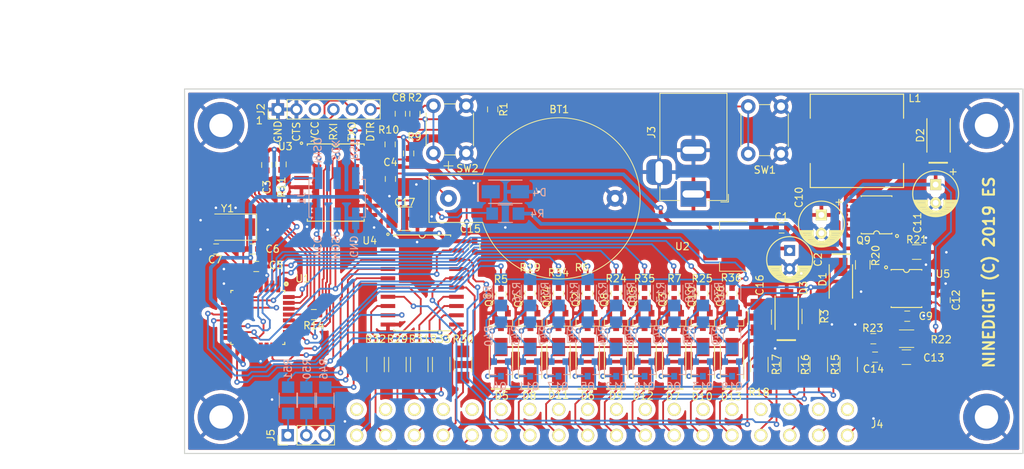
<source format=kicad_pcb>
(kicad_pcb (version 20211014) (generator pcbnew)
  (title_block (title "NineDigit Neon Clock") (comment 1 "http://creativecommons.org/licenses/by-sa/4.0/") (comment 2 "4.0 International License. To view a copy of the license, visit ") (comment 3 "This work is licensed under the Creative Commons Attribution-ShareAlike") (comment 4 "Copyright (C) 2023 Tube Time"))
  (layers (0 "F.Cu" signal) (31 "B.Cu" signal) (34 "B.Paste" user) (35 "F.Paste" user) (36 "B.SilkS" user "B.Silkscreen") (37 "F.SilkS" user "F.Silkscreen") (38 "B.Mask" user) (39 "F.Mask" user) (44 "Edge.Cuts" user))
  (net 0 "")
  (net 1 "GND")
  (net 2 "Net-(BT1-Pad1)")
  (net 3 "+12V")
  (net 4 "+5V")
  (net 5 "Net-(C6-Pad1)")
  (net 6 "Net-(C7-Pad1)")
  (net 7 "/DTR")
  (net 8 "/RESET")
  (net 9 "Net-(C9-Pad1)")
  (net 10 "HT")
  (net 11 "Net-(C12-Pad1)")
  (net 12 "Net-(C13-Pad2)")
  (net 13 "Net-(D2-Pad2)")
  (net 14 "/MISO")
  (net 15 "/SCK")
  (net 16 "/MOSI")
  (net 17 "/RXI")
  (net 18 "/TXO")
  (net 19 "/HVA1")
  (net 20 "/HVA2")
  (net 21 "/HVA3")
  (net 22 "/HVA4")
  (net 23 "Net-(Q1-Pad1)")
  (net 24 "Net-(Q1-Pad3)")
  (net 25 "Net-(Q2-Pad1)")
  (net 26 "Net-(Q2-Pad3)")
  (net 27 "Net-(Q3-Pad1)")
  (net 28 "Net-(Q7-Pad1)")
  (net 29 "Net-(Q8-Pad1)")
  (net 30 "Net-(Q9-Pad1)")
  (net 31 "Net-(Q9-Pad4)")
  (net 32 "/A1")
  (net 33 "/A2")
  (net 34 "/SDA")
  (net 35 "/SCL")
  (net 36 "Net-(R11-Pad2)")
  (net 37 "/A3")
  (net 38 "/A4")
  (net 39 "/VBA")
  (net 40 "/HVA7")
  (net 41 "/HVA5")
  (net 42 "/HVA8")
  (net 43 "/HVA6")
  (net 44 "/HVA9")
  (net 45 "Net-(J4-Pad5)")
  (net 46 "Net-(J4-Pad4)")
  (net 47 "Net-(J4-Pad3)")
  (net 48 "Net-(J4-Pad2)")
  (net 49 "Net-(J4-Pad1)")
  (net 50 "Net-(J4-Pad15)")
  (net 51 "Net-(J4-Pad16)")
  (net 52 "Net-(J4-Pad17)")
  (net 53 "Net-(J4-Pad18)")
  (net 54 "Net-(Q3-Pad3)")
  (net 55 "Net-(Q11-Pad1)")
  (net 56 "Net-(Q12-Pad1)")
  (net 57 "Net-(Q10-Pad1)")
  (net 58 "Net-(Q10-Pad3)")
  (net 59 "Net-(Q14-Pad1)")
  (net 60 "Net-(Q14-Pad3)")
  (net 61 "Net-(Q15-Pad1)")
  (net 62 "Net-(Q15-Pad3)")
  (net 63 "Net-(Q16-Pad1)")
  (net 64 "Net-(Q16-Pad3)")
  (net 65 "/BTN2")
  (net 66 "/A7")
  (net 67 "/HVa")
  (net 68 "/HVb")
  (net 69 "/HVc")
  (net 70 "/HVdec")
  (net 71 "/A5")
  (net 72 "/A8")
  (net 73 "/HVcom")
  (net 74 "/HVd")
  (net 75 "/HVe")
  (net 76 "/HVg")
  (net 77 "/HVf")
  (net 78 "/A6")
  (net 79 "/A9")
  (net 80 "/LOAD")
  (net 81 "/BLANK")
  (net 82 "Net-(C17-Pad1)")
  (net 83 "Net-(J5-Pad1)")
  (net 84 "Net-(J5-Pad2)")
  (net 85 "Net-(J5-Pad3)")
  (net 86 "Net-(Q4-Pad1)")
  (net 87 "Net-(Q5-Pad1)")
  (net 88 "Net-(Q6-Pad1)")
  (net 89 "Net-(Q7-Pad3)")
  (net 90 "Net-(Q8-Pad3)")
  (net 91 "Net-(Q13-Pad1)")
  (net 92 "Net-(Q17-Pad1)")
  (net 93 "Net-(Q18-Pad1)")
  (net 94 "Net-(Q19-Pad1)")
  (net 95 "/HVextra1")
  (net 96 "/HVextra2")
  (net 97 "/HVextra3")
  (footprint "Connect:CR2032H" (layer "F.Cu") (at 106.2 95 180)
    (fp_text reference "BT1")
    (fp_text value "Battery")
  )
  (footprint "Passive:CAPC1608X100" (layer "F.Cu") (at 151.892 99.06)
    (fp_text reference "C1")
    (fp_text value "0.1uF")
  )
  (footprint "Passive:CAPAE250P630X1100" (layer "F.Cu") (at 153 103.4 -90)
    (fp_text reference "C2")
    (fp_text value "22uF 16V")
  )
  (footprint "Passive:CAPC1608X100" (layer "F.Cu") (at 81.28 90.424 -90)
    (fp_text reference "C3")
    (fp_text value "0.1uF")
  )
  (footprint "Passive:CAPC1608X100" (layer "F.Cu") (at 98.24 92.341908 -90)
    (fp_text reference "C4")
    (fp_text value "0.1uF")
  )
  (footprint "Passive:CAPC1608X100" (layer "F.Cu") (at 79.834972 104.352)
    (fp_text reference "C5")
    (fp_text value "0.1uF")
  )
  (footprint "Passive:CAPC1608X100" (layer "F.Cu") (at 79.334972 101.952)
    (fp_text reference "C6")
    (fp_text value "15pF")
  )
  (footprint "Passive:CAPC1608X100" (layer "F.Cu") (at 74.334972 101.952 180)
    (fp_text reference "C7")
    (fp_text value "15pF")
  )
  (footprint "Passive:CAPC1608X100" (layer "F.Cu") (at 99.6 83.4 -90)
    (fp_text reference "C8")
    (fp_text value "0.1uF")
  )
  (footprint "Passive:CAPC1608X100" (layer "F.Cu") (at 169.128 111.168)
    (fp_text reference "C9")
    (fp_text value "0.1uF")
  )
  (footprint "Passive:CAPAE250P630X1100" (layer "F.Cu") (at 157.356 98.532 -90)
    (fp_text reference "C10")
    (fp_text value "100uF 35V")
  )
  (footprint "Passive:CAPAE250P630X1100" (layer "F.Cu") (at 173.028 94.368 -90)
    (fp_text reference "C11")
    (fp_text value "2.2uF 250V")
  )
  (footprint "Passive:CAPC1608X100" (layer "F.Cu") (at 174.328 108.968 90)
    (fp_text reference "C12")
    (fp_text value "0.1uF")
  )
  (footprint "Passive:CAPC2012X55" (layer "F.Cu") (at 169.02 116.788 180)
    (fp_text reference "C13")
    (fp_text value "DNI")
  )
  (footprint "Passive:CAPC1608X100" (layer "F.Cu") (at 164.722 116.788 180)
    (fp_text reference "C14")
    (fp_text value "33pF")
  )
  (footprint "Active:DIOM5226X210" (layer "F.Cu") (at 160.028 106.406 -90)
    (fp_text reference "D1")
    (fp_text value "SMA5929")
  )
  (footprint "Active:DIOM5226X210" (layer "F.Cu") (at 173.428 86.368 90)
    (fp_text reference "D2")
    (fp_text value "MURA240T3G")
  )
  (footprint "Active:DIOM5226X210" (layer "F.Cu") (at 152.6 110.7 90)
    (fp_text reference "D3")
    (fp_text value "1SMA4764")
  )
  (footprint "Passive:INDM125125X600" (layer "F.Cu") (at 162.228 87.118)
    (fp_text reference "L1")
    (fp_text value "68uH 3A")
  )
  (footprint "Active:SOT95P230X117-3" (layer "F.Cu") (at 113.4 111.76 -90)
    (fp_text reference "Q1")
    (fp_text value "MMBTA42")
  )
  (footprint "Active:SOT95P230X117-3" (layer "F.Cu") (at 125.3 111.76 -90)
    (fp_text reference "Q2")
    (fp_text value "MMBTA42")
  )
  (footprint "Active:SOT95P230X117-3" (layer "F.Cu") (at 137.16 111.76 -90)
    (fp_text reference "Q3")
    (fp_text value "MMBTA42")
  )
  (footprint "Active:SOT95P230X117-3" (layer "F.Cu") (at 117.45 111.76 -90)
    (fp_text reference "Q7")
    (fp_text value "MMBTA42")
  )
  (footprint "Active:SOT95P230X117-3" (layer "F.Cu") (at 129.2 111.76 -90)
    (fp_text reference "Q8")
    (fp_text value "MMBTA42")
  )
  (footprint "Active:SOP127P620X175-8" (layer "F.Cu") (at 164.928 97.268 180)
    (fp_text reference "Q9")
    (fp_text value "FDS2734")
  )
  (footprint "Passive:RESC1608X55" (layer "F.Cu") (at 112.268 82.804 -90)
    (fp_text reference "R1")
    (fp_text value "10K")
  )
  (footprint "Passive:RESC1608X55" (layer "F.Cu") (at 101.6 83.4 90)
    (fp_text reference "R2")
    (fp_text value "10K")
  )
  (footprint "Passive:RESC3216X70" (layer "F.Cu") (at 155.9 111.2 90)
    (fp_text reference "R3")
    (fp_text value "100K")
  )
  (footprint "Passive:RESC1608X55" (layer "F.Cu") (at 137.16 108.05 90)
    (fp_text reference "R7")
    (fp_text value "10K")
  )
  (footprint "Passive:RESC1608X55" (layer "F.Cu") (at 100.74 88.841908 -90)
    (fp_text reference "R9")
    (fp_text value "4.7K")
  )
  (footprint "Passive:RESC1608X55" (layer "F.Cu") (at 98.2 87.6 -90)
    (fp_text reference "R10")
    (fp_text value "4.7K")
  )
  (footprint "Passive:RESC1608X55" (layer "F.Cu") (at 83.24 90.341908 -90)
    (fp_text reference "R11")
    (fp_text value "10K")
  )
  (footprint "Passive:RESC1608X55" (layer "F.Cu") (at 87.734972 110.952 180)
    (fp_text reference "R14")
    (fp_text value "10K")
  )
  (footprint "Passive:RESC2012X55" (layer "F.Cu") (at 163.028 104.12 -90)
    (fp_text reference "R20")
    (fp_text value "100")
  )
  (footprint "Passive:RESC3216X70" (layer "F.Cu") (at 169.04 114.248 180)
    (fp_text reference "R22")
    (fp_text value "1.2M")
  )
  (footprint "Passive:RESC1608X55" (layer "F.Cu") (at 164.48 114.26 180)
    (fp_text reference "R23")
    (fp_text value "10K")
  )
  (footprint "Buttons_Switches_ThroughHole:SW_PUSH_6mm" (layer "F.Cu") (at 147.32 88.9 90)
    (fp_text reference "SW1")
    (fp_text value "SW_PUSH")
  )
  (footprint "Buttons_Switches_ThroughHole:SW_PUSH_6mm" (layer "F.Cu") (at 104.14 88.796 90)
    (fp_text reference "SW2")
    (fp_text value "SW_PUSH")
  )
  (footprint "Active:TQFP80P900X900X120-32" (layer "F.Cu") (at 80.048972 111.342 -90)
    (fp_text reference "U1")
    (fp_text value "ATMEGA328P-A")
  )
  (footprint "Active:SOP127P1065X265-16" (layer "F.Cu") (at 90.74 92.841908)
    (fp_text reference "U3")
    (fp_text value "DS3231S")
  )
  (footprint "Active:SOP127P620X175-8" (layer "F.Cu") (at 169.028 107.368)
    (fp_text reference "U5")
    (fp_text value "MAX1771")
  )
  (footprint "Passive:XTAL500X320X120-2" (layer "F.Cu") (at 76.834972 98.952 180)
    (fp_text reference "Y1")
    (fp_text value "16MHz")
  )
  (footprint "Mounting_Holes:MountingHole_3.2mm_M3_Pad" (layer "F.Cu") (at 75 85)
    (fp_text reference "MH1" hide)
    (fp_text value "TEST_1P")
  )
  (footprint "Mounting_Holes:MountingHole_3.2mm_M3_Pad" (layer "F.Cu") (at 180 85)
    (fp_text reference "MH2" hide)
    (fp_text value "TEST_1P")
  )
  (footprint "Mounting_Holes:MountingHole_3.2mm_M3_Pad" (layer "F.Cu") (at 180 125)
    (fp_text reference "MH3" hide)
    (fp_text value "TEST_1P")
  )
  (footprint "Mounting_Holes:MountingHole_3.2mm_M3_Pad" (layer "F.Cu") (at 75 125)
    (fp_text reference "MH4" hide)
    (fp_text value "TEST_1P")
  )
  (footprint "Passive:CAPC1608X100" (layer "F.Cu") (at 109.8 101.6 -90)
    (fp_text reference "C15")
    (fp_text value "0.1uF")
  )
  (footprint "Active:DIOM5226X210" (layer "F.Cu") (at 113.4 117.4 90)
    (fp_text reference "D5")
    (fp_text value "MRA4003T3G")
  )
  (footprint "Active:DIOM5226X210" (layer "F.Cu") (at 125.3 117.4 90)
    (fp_text reference "D6")
    (fp_text value "MRA4003T3G")
  )
  (footprint "Active:DIOM5226X210" (layer "F.Cu") (at 137.16 117.4 90)
    (fp_text reference "D7")
    (fp_text value "MRA4003T3G")
  )
  (footprint "Active:DIOM5226X210" (layer "F.Cu") (at 117.4 117.4 90)
    (fp_text reference "D8")
    (fp_text value "MRA4003T3G")
  )
  (footprint "Active:DIOM5226X210" (layer "F.Cu") (at 129.2 117.4 90)
    (fp_text reference "D9")
    (fp_text value "MRA4003T3G")
  )
  (footprint "Active:DIOM5226X210" (layer "F.Cu") (at 141.1 117.4 90)
    (fp_text reference "D10")
    (fp_text value "MRA4003T3G")
  )
  (footprint "Active:DIOM5226X210" (layer "F.Cu") (at 121.3 117.4 90)
    (fp_text reference "D11")
    (fp_text value "MRA4003T3G")
  )
  (footprint "Active:DIOM5226X210" (layer "F.Cu") (at 133.1 117.4 90)
    (fp_text reference "D12")
    (fp_text value "MRA4003T3G")
  )
  (footprint "Active:DIOM5226X210" (layer "F.Cu") (at 145.1 117.4 90)
    (fp_text reference "D13")
    (fp_text value "MRA4003T3G")
  )
  (footprint "EDAC_357-036-520-208" (layer "F.Cu") (at 160.932 127.512 180)
    (fp_text reference "J4")
    (fp_text value "CONN_2X18_LINEAR_ALPHA")
  )
  (footprint "Active:SOT95P230X117-3" (layer "F.Cu") (at 141.1 111.744 -90)
    (fp_text reference "Q10")
    (fp_text value "MMBTA42")
  )
  (footprint "Active:SOT95P230X117-3" (layer "F.Cu") (at 121.3 111.76 -90)
    (fp_text reference "Q14")
    (fp_text value "MMBTA42")
  )
  (footprint "Active:SOT95P230X117-3" (layer "F.Cu") (at 133.1 111.76 -90)
    (fp_text reference "Q15")
    (fp_text value "MMBTA42")
  )
  (footprint "Active:SOT95P230X117-3" (layer "F.Cu") (at 145.1 111.744 -90)
    (fp_text reference "Q16")
    (fp_text value "MMBTA42")
  )
  (footprint "Passive:RESC1608X55" (layer "F.Cu") (at 113.4 108.15 90)
    (fp_text reference "R5")
    (fp_text value "10K")
  )
  (footprint "Passive:RESC1608X55" (layer "F.Cu") (at 125.3 108.05 90)
    (fp_text reference "R6")
    (fp_text value "10K")
  )
  (footprint "Passive:RESC1608X55" (layer "F.Cu") (at 117.4 108.05 90)
    (fp_text reference "R19")
    (fp_text value "10K")
  )
  (footprint "Passive:RESC1608X55" (layer "F.Cu") (at 129.2 108.05 90)
    (fp_text reference "R24")
    (fp_text value "10K")
  )
  (footprint "Passive:RESC1608X55" (layer "F.Cu") (at 141.1 108.05 90)
    (fp_text reference "R25")
    (fp_text value "10K")
  )
  (footprint "Passive:RESC1608X55" (layer "F.Cu") (at 121.3 108.05 90)
    (fp_text reference "R34")
    (fp_text value "10K")
  )
  (footprint "Passive:RESC1608X55" (layer "F.Cu") (at 133.1 108.05 90)
    (fp_text reference "R35")
    (fp_text value "10K")
  )
  (footprint "Passive:RESC1608X55" (layer "F.Cu") (at 145.1 108.05 90)
    (fp_text reference "R36")
    (fp_text value "10K")
  )
  (footprint "SOP127P1065X265-20" (layer "F.Cu") (at 102.6 106.6)
    (fp_text reference "U4")
    (fp_text value "MAX6920")
  )
  (footprint "Active:SOT230P700X170-3" (layer "F.Cu") (at 145.288 101.6 180)
    (fp_text reference "U2")
    (fp_text value "AP1117-50")
  )
  (footprint "Pin_Headers:Pin_Header_Straight_1x06_Pitch2.54mm" (layer "F.Cu") (at 82.804 82.804 90)
    (fp_text reference "J2")
    (fp_text value "FTDI BASIC")
  )
  (footprint "Passive:CAPC3225X110" (layer "F.Cu") (at 148.9 111.3 90)
    (fp_text reference "C16")
    (fp_text value "0.1uF")
  )
  (footprint "Passive:CAPC3225X110" (layer "F.Cu") (at 100.2 97.8)
    (fp_text reference "C17")
    (fp_text value "0.1uF")
  )
  (footprint "Pin_Headers:Pin_Header_Straight_1x03_Pitch2.54mm" (layer "F.Cu") (at 84.16 127.5 90)
    (fp_text reference "J5")
    (fp_text value "Conn_01x03")
  )
  (footprint "Passive:RESC3216X70" (layer "F.Cu") (at 161.1 117.8 90)
    (fp_text reference "R15")
    (fp_text value "249K")
  )
  (footprint "Passive:RESC3216X70" (layer "F.Cu") (at 157 117.8 90)
    (fp_text reference "R16")
    (fp_text value "200K")
  )
  (footprint "Passive:RESC3216X70" (layer "F.Cu") (at 153 117.8 90)
    (fp_text reference "R17")
    (fp_text value "165K")
  )
  (footprint "Passive:RESC3216X70" (layer "F.Cu") (at 148.844 117.8 90)
    (fp_text reference "R18")
    (fp_text value "301K")
  )
  (footprint "Passive:RESC2012X55" (layer "F.Cu") (at 170.428 102.368)
    (fp_text reference "R21")
    (fp_text value "0.1")
  )
  (footprint "Passive:RESC3216X70" (layer "F.Cu") (at 99.2 117.8 90)
    (fp_text reference "R29")
    (fp_text value "422K")
  )
  (footprint "Passive:RESC3216X70" (layer "F.Cu") (at 108.2 117.8 90)
    (fp_text reference "R30")
    (fp_text value "249K")
  )
  (footprint "Passive:RESC3216X70" (layer "F.Cu") (at 102.2 117.8 90)
    (fp_text reference "R31")
    (fp_text value "200K")
  )
  (footprint "Passive:RESC3216X70" (layer "F.Cu") (at 96.2 117.8 90)
    (fp_text reference "R32")
    (fp_text value "249K")
  )
  (footprint "Passive:RESC3216X70" (layer "F.Cu") (at 105.2 117.8 90)
    (fp_text reference "R33")
    (fp_text value "249K")
  )
  (footprint "Connector_BarrelJack:BarrelJack_Horizontal" (layer "F.Cu") (at 139.8 94.4 -90)
    (fp_text reference "J3")
    (fp_text value "BARREL_JACK")
  )
  (footprint "Pin_Headers:Pin_Header_Straight_2x03_Pitch2.54mm_SMD" (layer "B.Cu") (at 90.932 94.996 -90)
    (fp_text reference "J1")
    (fp_text value "ISP")
  )
  (footprint "Active:SOT95P230X117-3" (layer "B.Cu") (at 113.4 118.4 -90)
    (fp_text reference "Q4")
    (fp_text value "MMBTA92")
  )
  (footprint "Active:SOT95P230X117-3" (layer "B.Cu") (at 125.3 118.4 -90)
    (fp_text reference "Q5")
    (fp_text value "MMBTA92")
  )
  (footprint "Active:SOT95P230X117-3" (layer "B.Cu") (at 137.16 118.4 -90)
    (fp_text reference "Q6")
    (fp_text value "MMBTA92")
  )
  (footprint "Passive:RESC3216X70" (layer "B.Cu") (at 114 97.1)
    (fp_text reference "R4")
    (fp_text value "39K")
  )
  (footprint "Passive:RESC3216X70" (layer "B.Cu") (at 125.3 107.9 -90)
    (fp_text reference "R12")
    (fp_text value "165K")
  )
  (footprint "Passive:RESC3216X70" (layer "B.Cu") (at 137.16 107.9 -90)
    (fp_text reference "R13")
    (fp_text value "165K")
  )
  (footprint "Active:DIOM5226X210" (layer "B.Cu") (at 114 94.1)
    (fp_text reference "D4")
    (fp_text value "1SMA5944")
  )
  (footprint "Active:SOT95P230X117-3" (layer "B.Cu") (at 117.4 118.4 -90)
    (fp_text reference "Q11")
    (fp_text value "MMBTA92")
  )
  (footprint "Active:SOT95P230X117-3" (layer "B.Cu") (at 129.2 118.4 -90)
    (fp_text reference "Q12")
    (fp_text value "MMBTA92")
  )
  (footprint "Active:SOT95P230X117-3" (layer "B.Cu") (at 141.1 118.4 -90)
    (fp_text reference "Q13")
    (fp_text value "MMBTA92")
  )
  (footprint "Active:SOT95P230X117-3" (layer "B.Cu") (at 121.3 118.4 -90)
    (fp_text reference "Q17")
    (fp_text value "MMBTA92")
  )
  (footprint "Active:SOT95P230X117-3" (layer "B.Cu") (at 133.1 118.4 -90)
    (fp_text reference "Q18")
    (fp_text value "MMBTA92")
  )
  (footprint "Active:SOT95P230X117-3" (layer "B.Cu") (at 145.1 118.4 -90)
    (fp_text reference "Q19")
    (fp_text value "MMBTA92")
  )
  (footprint "Passive:RESC3216X70" (layer "B.Cu") (at 113.4 107.9 -90)
    (fp_text reference "R8")
    (fp_text value "165K")
  )
  (footprint "Passive:RESC3216X70" (layer "B.Cu") (at 117.4 107.9 -90)
    (fp_text reference "R26")
    (fp_text value "165K")
  )
  (footprint "Passive:RESC3216X70" (layer "B.Cu") (at 129.2 107.9 -90)
    (fp_text reference "R27")
    (fp_text value "165K")
  )
  (footprint "Passive:RESC3216X70" (layer "B.Cu") (at 141.1 107.9 -90)
    (fp_text reference "R28")
    (fp_text value "165K")
  )
  (footprint "Passive:RESC3216X70" (layer "B.Cu") (at 121.3 107.9 -90)
    (fp_text reference "R37")
    (fp_text value "165K")
  )
  (footprint "Passive:RESC3216X70" (layer "B.Cu") (at 133.1 107.9 -90)
    (fp_text reference "R38")
    (fp_text value "165K")
  )
  (footprint "Passive:RESC3216X70" (layer "B.Cu") (at 145.1 107.9 -90)
    (fp_text reference "R39")
    (fp_text value "165K")
  )
  (footprint "Passive:RESC3216X70" (layer "B.Cu") (at 113.4 113.8 90)
    (fp_text reference "R40")
    (fp_text value "422K")
  )
  (footprint "Passive:RESC3216X70" (layer "B.Cu") (at 125.3 113.8 90)
    (fp_text reference "R41")
    (fp_text value "422K")
  )
  (footprint "Passive:RESC3216X70" (layer "B.Cu") (at 137.2 113.8 90)
    (fp_text reference "R42")
    (fp_text value "422K")
  )
  (footprint "Passive:RESC3216X70" (layer "B.Cu") (at 117.4 113.8 90)
    (fp_text reference "R43")
    (fp_text value "422K")
  )
  (footprint "Passive:RESC3216X70" (layer "B.Cu") (at 129.2 113.8 90)
    (fp_text reference "R44")
    (fp_text value "422K")
  )
  (footprint "Passive:RESC3216X70" (layer "B.Cu") (at 141.1 113.8 90)
    (fp_text reference "R45")
    (fp_text value "422K")
  )
  (footprint "Passive:RESC3216X70" (layer "B.Cu") (at 89.3 122.7 90)
    (fp_text reference "R46")
    (fp_text value "249K")
  )
  (footprint "Passive:RESC3216X70" (layer "B.Cu") (at 121.3 113.8 90)
    (fp_text reference "R47")
    (fp_text value "422K")
  )
  (footprint "Passive:RESC3216X70" (layer "B.Cu") (at 133.1 113.8 90)
    (fp_text reference "R48")
    (fp_text value "422K")
  )
  (footprint "Passive:RESC3216X70" (layer "B.Cu") (at 145.1 113.8 90)
    (fp_text reference "R49")
    (fp_text value "422K")
  )
  (footprint "Passive:RESC3216X70" (layer "B.Cu") (at 86.7 122.7 90)
    (fp_text reference "R50")
    (fp_text value "249K")
  )
  (footprint "Passive:RESC3216X70" (layer "B.Cu") (at 84.2 122.7 90)
    (fp_text reference "R51")
    (fp_text value "249K")
  )
  (gr_line (start 185 80) (end 70 80) (layer "Edge.Cuts") (width 0.15))
  (gr_line (start 185 130) (end 185 80) (layer "Edge.Cuts") (width 0.15))
  (gr_line (start 70 80) (end 70 130) (layer "Edge.Cuts") (width 0.15))
  (gr_line (start 70 130) (end 185 130) (layer "Edge.Cuts") (width 0.15))
  (gr_text "MISO" (at 88.19 88.414 270) (layer "B.SilkS") (effects (font (size 1 1)) (justify mirror)))
  (gr_text "SCK" (at 90.69 88.414 270) (layer "B.SilkS") (effects (font (size 1 1)) (justify mirror)))
  (gr_text "RST" (at 93.19 88.414 270) (layer "B.SilkS") (effects (font (size 1 1)) (justify mirror)))
  (gr_text "GND" (at 93.19 101.622 270) (layer "B.SilkS") (effects (font (size 1 1)) (justify mirror)))
  (gr_text "MOSI" (at 90.69 101.622 270) (layer "B.SilkS") (effects (font (size 1 1)) (justify mirror)))
  (gr_text "VCC" (at 88.19 101.622 270) (layer "B.SilkS") (effects (font (size 1 1)) (justify mirror)))
  (gr_text "TXO" (at 92.964 85.852 90) (layer "F.SilkS") (effects (font (size 1 1))))
  (gr_text "RXI" (at 90.424 85.852 90) (layer "F.SilkS") (effects (font (size 1 1))))
  (gr_text "VCC" (at 87.884 85.852 90) (layer "F.SilkS") (effects (font (size 1 1))))
  (gr_text "CTS" (at 85.344 85.852 90) (layer "F.SilkS") (effects (font (size 1 1))))
  (gr_text "GND" (at 82.804 85.852 90) (layer "F.SilkS") (effects (font (size 1 1))))
  (gr_text "1" (at 80.264 84.328) (layer "F.SilkS") (effects (font (size 1 1))))
  (gr_text "NINEDIGIT (C) 2019 ES" (at 180.34 105.156 90) (layer "F.SilkS") (effects (font (size 1.5 1.5) (thickness 0.3))))
  (gr_text "DTR" (at 95.504 85.852 90) (layer "F.SilkS") (effects (font (size 1 1))))
  (segment (start 81.28 92.82) (end 81.1 93) (width 0.25) (layer "F.Cu") (net 1))
  (segment (start 120.3 111.8) (end 124.3 111.8) (width 0.25) (layer "F.Cu") (net 1))
  (segment (start 81.28 91.174) (end 81.28 92.82) (width 0.25) (layer "F.Cu") (net 1))
  (segment (start 101.791908 93.091908) (end 101.8 93.1) (width 0.25) (layer "F.Cu") (net 1))
  (segment (start 167.028 110.298) (end 167.028 112.068) (width 0.25) (layer "F.Cu") (net 1))
  (segment (start 100.1 93.091908) (end 101.791908 93.091908) (width 0.25) (layer "F.Cu") (net 1))
  (segment (start 128.2 111.8) (end 132.2 111.8) (width 0.25) (layer "F.Cu") (net 1))
  (segment (start 124.3 111.8) (end 128.2 111.8) (width 0.25) (layer "F.Cu") (net 1))
  (segment (start 98.24 94.56) (end 98.1 94.7) (width 0.25) (layer "F.Cu") (net 1))
  (segment (start 97.855 93.476908) (end 98.24 93.091908) (width 0.25) (layer "F.Cu") (net 1))
  (segment (start 132.15 111.75) (end 132.2 111.8) (width 0.25) (layer "F.Cu") (net 1))
  (segment (start 166.528 109.273) (end 166.528 109.798) (width 0.25) (layer "F.Cu") (net 1))
  (segment (start 80.448972 115.592) (end 80.448972 117.338) (width 0.5) (layer "F.Cu") (net 1))
  (segment (start 103.9 97.5) (end 103.6 97.8) (width 0.25) (layer "F.Cu") (net 1))
  (segment (start 166.528 109.798) (end 167.028 110.298) (width 0.25) (layer "F.Cu") (net 1))
  (segment (start 80.448972 117.338) (end 80.434972 117.352) (width 0.5) (layer "F.Cu") (net 1))
  (segment (start 81.5 99.4) (end 81.4 99.3) (width 0.25) (layer "F.Cu") (net 1))
  (segment (start 80.584972 104.977) (end 79.648972 105.913) (width 0.25) (layer "F.Cu") (net 1))
  (segment (start 81.5 101.7) (end 81.5 99.4) (width 0.25) (layer "F.Cu") (net 1))
  (segment (start 79.648972 106.042) (end 79.648972 107.092) (width 0.25) (layer "F.Cu") (net 1))
  (segment (start 167.428 112.468) (end 169.428 112.468) (width 0.25) (layer "F.Cu") (net 1))
  (segment (start 136.2 111.8) (end 140.1 111.8) (width 0.25) (layer "F.Cu") (net 1))
  (segment (start 116.5 110.76) (end 116.5 111.8) (width 0.25) (layer "F.Cu") (net 1))
  (segment (start 120.35 110.76) (end 120.35 111.75) (width 0.25) (layer "F.Cu") (net 1))
  (segment (start 140.1 111.8) (end 143.094 111.8) (width 0.25) (layer "F.Cu") (net 1))
  (segment (start 95.44 99.06) (end 95.44 97.286908) (width 0.25) (layer "F.Cu") (net 1))
  (segment (start 128.25 111.75) (end 128.2 111.8) (width 0.25) (layer "F.Cu") (net 1))
  (segment (start 120.35 111.75) (end 120.3 111.8) (width 0.25) (layer "F.Cu") (net 1))
  (segment (start 98.1 94.7) (end 98.491908 94.7) (width 0.25) (layer "F.Cu") (net 1))
  (segment (start 81.248972 107.092) (end 81.248972 105.566) (width 0.5) (layer "F.Cu") (net 1))
  (segment (start 79.648972 105.913) (end 79.648972 106.042) (width 0.25) (layer "F.Cu") (net 1))
  (segment (start 85.956908 96.1) (end 86.04 96.016908) (width 0.25) (layer "F.Cu") (net 1))
  (segment (start 98.24 93.091908) (end 98.24 94.56) (width 0.25) (layer "F.Cu") (net 1))
  (segment (start 124.35 110.76) (end 124.35 111.75) (width 0.25) (layer "F.Cu") (net 1))
  (segment (start 113.49 111.8) (end 116.5 111.8) (width 0.25) (layer "F.Cu") (net 1))
  (segment (start 98.24 93.091908) (end 100.1 93.091908) (width 0.25) (layer "F.Cu") (net 1))
  (segment (start 132.15 110.76) (end 132.15 111.75) (width 0.25) (layer "F.Cu") (net 1))
  (segment (start 140.15 111.75) (end 140.1 111.8) (width 0.25) (layer "F.Cu") (net 1))
  (segment (start 84.3 96.1) (end 85.956908 96.1) (width 0.25) (layer "F.Cu") (net 1))
  (segment (start 136.21 110.76) (end 136.21 111.79) (width 0.25) (layer "F.Cu") (net 1))
  (segment (start 112.45 110.76) (end 113.49 111.8) (width 0.25) (layer "F.Cu") (net 1))
  (segment (start 169.428 112.468) (end 169.878 112.018) (width 0.25) (layer "F.Cu") (net 1))
  (segment (start 136.21 111.79) (end 136.2 111.8) (width 0.25) (layer "F.Cu") (net 1))
  (segment (start 95.44 93.476908) (end 97.855 93.476908) (width 0.25) (layer "F.Cu") (net 1))
  (segment (start 98.491908 94.7) (end 100.1 93.091908) (width 0.25) (layer "F.Cu") (net 1))
  (segment (start 80.584972 104.352) (end 80.584972 104.977) (width 0.25) (layer "F.Cu") (net 1))
  (segment (start 81.248 101.952) (end 81.5 101.7) (width 0.25) (layer "F.Cu") (net 1))
  (segment (start 101.95 100.95) (end 101.9 101) (width 0.25) (layer "F.Cu") (net 1))
  (segment (start 140.15 110.744) (end 140.15 111.75) (width 0.25) (layer "F.Cu") (net 1))
  (segment (start 167.028 112.068) (end 167.428 112.468) (width 0.25) (layer "F.Cu") (net 1))
  (segment (start 143.094 111.8) (end 144.15 110.744) (width 0.25) (layer "F.Cu") (net 1))
  (segment (start 169.878 112.018) (end 169.878 111.168) (width 0.25) (layer "F.Cu") (net 1))
  (segment (start 101.95 97.8) (end 101.95 100.95) (width 0.25) (layer "F.Cu") (net 1))
  (segment (start 128.25 110.76) (end 128.25 111.75) (width 0.25) (layer "F.Cu") (net 1))
  (segment (start 103.6 97.8) (end 101.95 97.8) (width 0.25) (layer "F.Cu") (net 1))
  (segment (start 132.2 111.8) (end 136.2 111.8) (width 0.25) (layer "F.Cu") (net 1))
  (segment (start 93.5 101) (end 95.44 99.06) (width 0.25) (layer "F.Cu") (net 1))
  (segment (start 124.35 111.75) (end 124.3 111.8) (width 0.25) (layer "F.Cu") (net 1))
  (segment (start 116.5 111.8) (end 120.3 111.8) (width 0.25) (layer "F.Cu") (net 1))
  (segment (start 80.084972 101.952) (end 81.248 101.952) (width 0.25) (layer "F.Cu") (net 1))
  (via (at 171.7 100.4) (size 0.75) (drill 0.35) (layers "F.Cu" "B.Cu") (net 1))
  (via (at 109.7 92.9) (size 0.75) (drill 0.35) (layers "F.Cu" "B.Cu") (net 1))
  (via (at 84.3 96.1) (size 0.75) (drill 0.35) (layers "F.Cu" "B.Cu") (net 1))
  (via (at 118.6 94.1) (size 0.75) (drill 0.35) (layers "F.Cu" "B.Cu") (net 1))
  (via (at 98.1 94.7) (size 0.75) (drill 0.35) (layers "F.Cu" "B.Cu") (net 1))
  (via (at 171.4 111.1) (size 0.75) (drill 0.35) (layers "F.Cu" "B.Cu") (net 1))
  (via (at 80.434972 117.352) (size 0.75) (drill 0.35) (layers "F.Cu" "B.Cu") (net 1))
  (via (at 114 99) (size 0.75) (drill 0.35) (layers "F.Cu" "B.Cu") (net 1))
  (via (at 171.7 104.1) (size 0.75) (drill 0.35) (layers "F.Cu" "B.Cu") (net 1))
  (via (at 75.4 104.7) (size 0.75) (drill 0.35) (layers "F.Cu" "B.Cu") (net 1))
  (via (at 174.4 106.7) (size 0.75) (drill 0.35) (layers "F.Cu" "B.Cu") (net 1))
  (via (at 82 122.6) (size 0.75) (drill 0.35) (layers "F.Cu" "B.Cu") (net 1))
  (via (at 81.1 93) (size 0.75) (drill 0.35) (layers "F.Cu" "B.Cu") (net 1))
  (via (at 93.5 101) (size 0.75) (drill 0.35) (layers "F.Cu" "B.Cu") (net 1))
  (via (at 74.3 96.3) (size 0.75) (drill 0.35) (layers "F.Cu" "B.Cu") (net 1))
  (via (at 158.8 112.3) (size 0.75) (drill 0.35) (layers "F.Cu" "B.Cu") (net 1))
  (via (at 174.5 102.4) (size 0.75) (drill 0.35) (layers "F.Cu" "B.Cu") (net 1))
  (via (at 77 96.3) (size 0.75) (drill 0.35) (layers "F.Cu" "B.Cu") (net 1))
  (via (at 72.2 98) (size 0.75) (drill 0.35) (layers "F.Cu" "B.Cu") (net 1))
  (via (at 162.8 107.8) (size 0.75) (drill 0.35) (layers "F.Cu" "B.Cu") (net 1))
  (via (at 101.8 93.1) (size 0.75) (drill 0.35) (layers "F.Cu" "B.Cu") (net 1))
  (via (at 81.4 99.3) (size 0.75) (drill 0.35) (layers "F.Cu" "B.Cu") (net 1))
  (via (at 154.6 105.3) (size 0.75) (drill 0.35) (layers "F.Cu" "B.Cu") (net 1))
  (via (at 103.9 97.5) (size 0.75) (drill 0.35) (layers "F.Cu" "B.Cu") (net 1))
  (via (at 72.2 102) (size 0.75) (drill 0.35) (layers "F.Cu" "B.Cu") (net 1))
  (via (at 86.8 98.9) (size 0.75) (drill 0.35) (layers "F.Cu" "B.Cu") (net 1))
  (via (at 151 115.6) (size 0.75) (drill 0.35) (layers "F.Cu" "B.Cu") (net 1))
  (via (at 162 112.3) (size 0.75) (drill 0.35) (layers "F.Cu" "B.Cu") (net 1))
  (via (at 75.4 106.7) (size 0.75) (drill 0.35) (layers "F.Cu" "B.Cu") (net 1))
  (via (at 101.9 101) (size 0.75) (drill 0.35) (layers "F.Cu" "B.Cu") (net 1))
  (via (at 81.248972 105.566) (size 0.75) (drill 0.35) (layers "F.Cu" "B.Cu") (net 1))
  (via (at 96 99) (size 0.75) (drill 0.35) (layers "F.Cu" "B.Cu") (net 1))
  (via (at 92 125.6) (size 0.75) (drill 0.35) (layers "F.Cu" "B.Cu") (net 1))
  (via (at 164.5 125.2) (size 0.75) (drill 0.35) (layers "F.Cu" "B.Cu") (net 1))
  (segment (start 78.1 88.5) (end 78.1 88.1) (width 0.25) (layer "B.Cu") (net 1))
  (segment (start 101.8 95.4) (end 103.9 97.5) (width 0.25) (layer "B.Cu") (net 1))
  (segment (start 81.4 99.3) (end 84.3 96.4) (width 0.25) (layer "B.Cu") (net 1))
  (segment (start 101.9 101) (end 93.5 101) (width 0.25) (layer "B.Cu") (net 1))
  (segment (start 81.1 93) (end 79.3 93) (width 0.25) (layer "B.Cu") (net 1))
  (segment (start 84.3 96.4) (end 84.3 96.1) (width 0.25) (layer "B.Cu") (net 1))
  (segment (start 79.3 93) (end 79.3 89.7) (width 0.25) (layer "B.Cu") (net 1))
  (segment (start 101.8 93.1) (end 101.8 95.4) (width 0.25) (layer "B.Cu") (net 1))
  (segment (start 93.472 97.766) (end 93.472 100.972) (width 0.25) (layer "B.Cu") (net 1))
  (segment (start 79.3 89.7) (end 78.1 88.5) (width 0.25) (layer "B.Cu") (net 1))
  (segment (start 93.472 100.972) (end 93.5 101) (width 0.25) (layer "B.Cu") (net 1))
  (segment (start 78.1 88.1) (end 75 85) (width 0.25) (layer "B.Cu") (net 1))
  (segment (start 95.44 90.936908) (end 97.61 90.936908) (width 0.25) (layer "F.Cu") (net 2))
  (segment (start 102.791908 91.591908) (end 106.2 95) (width 0.25) (layer "F.Cu") (net 2))
  (segment (start 98.24 91.591908) (end 102.791908 91.591908) (width 0.25) (layer "F.Cu") (net 2))
  (segment (start 98.24 91.566908) (end 98.24 91.591908) (width 0.25) (layer "F.Cu") (net 2))
  (segment (start 97.61 90.936908) (end 98.24 91.566908) (width 0.25) (layer "F.Cu") (net 2))
  (segment (start 160.628 101.868) (end 159.728 100.968) (width 0.5) (layer "F.Cu") (net 3))
  (segment (start 150.14 99.06) (end 151.142 99.06) (width 0.5) (layer "F.Cu") (net 3))
  (segment (start 159.728 100.968) (end 159.728 98.268) (width 0.5) (layer "F.Cu") (net 3))
  (segment (start 149.9 99.3) (end 150.14 99.06) (width 0.5) (layer "F.Cu") (net 3))
  (segment (start 148.438 99.3) (end 149.9 99.3) (width 0.5) (layer "F.Cu") (net 3))
  (segment (start 161.728 101.868) (end 160.628 101.868) (width 0.5) (layer "F.Cu") (net 3))
  (segment (start 140.716 94.492) (end 145.492 94.492) (width 1) (layer "F.Cu") (net 3))
  (segment (start 145.492 94.492) (end 148.438 97.438) (width 0.5) (layer "F.Cu") (net 3))
  (segment (start 159.728 98.268) (end 158.742 97.282) (width 0.5) (layer "F.Cu") (net 3))
  (segment (start 162.73 102.87) (end 161.728 101.868) (width 0.5) (layer "F.Cu") (net 3))
  (segment (start 163.028 102.87) (end 162.73 102.87) (width 0.5) (layer "F.Cu") (net 3))
  (segment (start 148.438 97.438) (end 148.438 99.3) (width 0.5) (layer "F.Cu") (net 3))
  (segment (start 158.742 97.282) (end 157.356 97.282) (width 0.5) (layer "F.Cu") (net 3))
  (segment (start 79.034972 104.302) (end 79.084972 104.352) (width 0.5) (layer "F.Cu") (net 4))
  (segment (start 80.448972 108.138) (end 80.034972 108.552) (width 0.25) (layer "F.Cu") (net 4))
  (segment (start 79.084972 104.352) (end 79.084972 104.977) (width 0.25) (layer "F.Cu") (net 4))
  (segment (start 142.138 101.6) (end 142.138 99.038) (width 0.5) (layer "F.Cu") (net 4))
  (segment (start 78.848972 108.266) (end 78.848972 107.092) (width 0.25) (layer "F.Cu") (net 4))
  (segment (start 100.74 87.341908) (end 100.74 88.091908) (width 0.25) (layer "F.Cu") (net 4))
  (segment (start 83.315 89.666908) (end 83.24 89.591908) (width 0.5) (layer "F.Cu") (net 4))
  (segment (start 150 101.6) (end 150.282 101.882) (width 0.5) (layer "F.Cu") (net 4))
  (segment (start 101.6 84.15) (end 103 84.15) (width 0.25) (layer "F.Cu") (net 4))
  (segment (start 78.848972 106.042) (end 78.848972 107.092) (width 0.25) (layer "F.Cu") (net 4))
  (segment (start 135.3 96.3) (end 135.3 97) (width 0.5) (layer "F.Cu") (net 4))
  (segment (start 88.484972 101.384972) (end 88.484972 100.284972) (width 0.25) (layer "F.Cu") (net 4))
  (segment (start 82.8 88.3) (end 82.3 88.3) (width 0.5) (layer "F.Cu") (net 4))
  (segment (start 79.084972 104.977) (end 78.848972 105.213) (width 0.25) (layer "F.Cu") (net 4))
  (segment (start 79.034972 103.152) (end 79.034972 104.302) (width 0.5) (layer "F.Cu") (net 4))
  (segment (start 78.848972 105.213) (end 78.848972 106.042) (width 0.25) (layer "F.Cu") (net 4))
  (segment (start 112.268 82.054) (end 111.246 82.054) (width 0.25) (layer "F.Cu") (net 4))
  (segment (start 98.24 86.591908) (end 99.99 86.591908) (width 0.25) (layer "F.Cu") (net 4))
  (segment (start 148.438 101.6) (end 142.138 101.6) (width 1) (layer "F.Cu") (net 4))
  (segment (start 107.3 100.885) (end 109.765 100.885) (width 0.5) (layer "F.Cu") (net 4))
  (segment (start 86.04 89.666908) (end 83.315 89.666908) (width 0.5) (layer "F.Cu") (net 4))
  (segment (start 105.985 100.885) (end 104.9 99.8) (width 0.5) (layer "F.Cu") (net 4))
  (segment (start 88.484972 110.952) (end 88.484972 101.384972) (width 0.25) (layer "F.Cu") (net 4))
  (segment (start 142.138 99.038) (end 141.6 98.5) (width 0.5) (layer "F.Cu") (net 4))
  (segment (start 81.28 88.72) (end 81.28 89.674) (width 0.5) (layer "F.Cu") (net 4))
  (segment (start 110.5 82.8) (end 110.5 83.8) (width 0.25) (layer "F.Cu") (net 4))
  (segment (start 148.438 101.6) (end 150 101.6) (width 0.5) (layer "F.Cu") (net 4))
  (segment (start 79.134972 108.552) (end 78.848972 108.266) (width 0.25) (layer "F.Cu") (net 4))
  (segment (start 80.448972 107.092) (end 80.448972 108.138) (width 0.25) (layer "F.Cu") (net 4))
  (segment (start 111.246 82.054) (end 110.5 82.8) (width 0.25) (layer "F.Cu") (net 4))
  (segment (start 150.282 101.882) (end 152.732 101.882) (width 0.5) (layer "F.Cu") (net 4))
  (segment (start 99.99 86.591908) (end 100.74 87.341908) (width 0.25) (layer "F.Cu") (net 4))
  (segment (start 82.3 88.3) (end 81.7 88.3) (width 0.5) (layer "F.Cu") (net 4))
  (segment (start 135.3 97) (end 136.8 98.5) (width 0.5) (layer "F.Cu") (net 4))
  (segment (start 103 84.15) (end 110.15 84.15) (width 0.25) (layer "F.Cu") (net 4))
  (segment (start 80.034972 108.552) (end 79.134972 108.552) (width 0.25) (layer "F.Cu") (net 4))
  (segment (start 81.7 88.3) (end 81.28 88.72) (width 0.5) (layer "F.Cu") (net 4))
  (segment (start 152.732 101.882) (end 153 102.15) (width 0.5) (layer "F.Cu") (net 4))
  (segment (start 109.765 100.885) (end 109.8 100.85) (width 0.5) (layer "F.Cu") (net 4))
  (segment (start 107.3 100.885) (end 105.985 100.885) (width 0.5) (layer "F.Cu") (net 4))
  (segment (start 78.034972 117.752) (end 78.034972 115.606) (width 0.5) (layer "F.Cu") (net 4))
  (segment (start 136.8 98.5) (end 141.6 98.5) (width 0.5) (layer "F.Cu") (net 4))
  (segment (start 88.484972 100.284972) (end 88.1 99.9) (width 0.25) (layer "F.Cu") (net 4))
  (segment (start 83.24 89.591908) (end 83.24 88.74) (width 0.5) (layer "F.Cu") (net 4))
  (segment (start 78.034972 115.606) (end 78.048972 115.592) (width 0.5) (layer "F.Cu") (net 4))
  (segment (start 83.24 88.74) (end 82.8 88.3) (width 0.5) (layer "F.Cu") (net 4))
  (segment (start 110.15 84.15) (end 110.5 83.8) (width 0.25) (layer "F.Cu") (net 4))
  (via (at 104.9 99.8) (size 0.75) (drill 0.35) (layers "F.Cu" "B.Cu") (net 4))
  (via (at 78.034972 117.752) (size 0.75) (drill 0.35) (layers "F.Cu" "B.Cu") (net 4))
  (via (at 88.1 99.9) (size 0.75) (drill 0.35) (layers "F.Cu" "B.Cu") (net 4))
  (via (at 79.034972 103.152) (size 0.75) (drill 0.35) (layers "F.Cu" "B.Cu") (net 4))
  (via (at 100.04 86.641908) (size 0.75) (drill 0.35) (layers "F.Cu" "B.Cu") (net 4))
  (via (at 82.3 88.3) (size 0.75) (drill 0.35) (layers "F.Cu" "B.Cu") (net 4))
  (via (at 103 84.15) (size 0.75) (drill 0.35) (layers "F.Cu" "B.Cu") (net 4))
  (via (at 135.3 96.3) (size 0.75) (drill 0.35) (layers "F.Cu" "B.Cu") (net 4))
  (segment (start 79.034972 103.152) (end 79.034972 95.765028) (width 0.5) (layer "B.Cu") (net 4))
  (segment (start 94.4 94.8) (end 99.4 99.8) (width 0.5) (layer "B.Cu") (net 4))
  (segment (start 100.04 91.7) (end 100.04 86.641908) (width 0.5) (layer "B.Cu") (net 4))
  (segment (start 74.948 103.152) (end 73.6 104.5) (width 0.5) (layer "B.Cu") (net 4))
  (segment (start 99.4 99.8) (end 100 99.8) (width 0.5) (layer "B.Cu") (net 4))
  (segment (start 88.392 94.808) (end 88.4 94.8) (width 0.5) (layer "B.Cu") (net 4))
  (segment (start 82.3 91.9) (end 82.3 88.3) (width 0.5) (layer "B.Cu") (net 4))
  (segment (start 100.04 91.7) (end 100.04 99.76) (width 0.5) (layer "B.Cu") (net 4))
  (segment (start 73.6 108.8) (end 75.1 110.3) (width 0.5) (layer "B.Cu") (net 4))
  (segment (start 88.392 99.608) (end 88.392 99.5) (width 0.25) (layer "B.Cu") (net 4))
  (segment (start 89.2 94.8) (end 88.4 94.8) (width 0.5) (layer "B.Cu") (net 4))
  (segment (start 100.04 91.7) (end 130.2 91.7) (width 0.5) (layer "B.Cu") (net 4))
  (segment (start 75.1 110.3) (end 75.1 114.817028) (width 0.5) (layer "B.Cu") (net 4))
  (segment (start 92.4 94.8) (end 94.4 94.8) (width 0.5) (layer "B.Cu") (net 4))
  (segment (start 130.2 91.7) (end 134.8 96.3) (width 0.5) (layer "B.Cu") (net 4))
  (segment (start 88.392 97.766) (end 88.392 95.9) (width 0.5) (layer "B.Cu") (net 4))
  (segment (start 79.034972 103.152) (end 74.948 103.152) (width 0.5) (layer "B.Cu") (net 4))
  (segment (start 79.034972 95.765028) (end 80 94.8) (width 0.5) (layer "B.Cu") (net 4))
  (segment (start 88.392 99.5) (end 88.392 97.766) (width 0.25) (layer "B.Cu") (net 4))
  (segment (start 82.3 91.9) (end 82.3 94.8) (width 0.5) (layer "B.Cu") (net 4))
  (segment (start 100 99.8) (end 104.9 99.8) (width 0.5) (layer "B.Cu") (net 4))
  (segment (start 101.958092 86.641908) (end 103 85.6) (width 0.25) (layer "B.Cu") (net 4))
  (segment (start 80 94.8) (end 82.3 94.8) (width 0.5) (layer "B.Cu") (net 4))
  (segment (start 100.04 86.641908) (end 101.958092 86.641908) (width 0.25) (layer "B.Cu") (net 4))
  (segment (start 89.2 94.8) (end 92.4 94.8) (width 0.5) (layer "B.Cu") (net 4))
  (segment (start 88.1 99.9) (end 88.392 99.608) (width 0.25) (layer "B.Cu") (net 4))
  (segment (start 134.8 96.3) (end 135.3 96.3) (width 0.5) (layer "B.Cu") (net 4))
  (segment (start 88.392 95.9) (end 88.392 94.808) (width 0.5) (layer "B.Cu") (net 4))
  (segment (start 103 85.6) (end 103 84.15) (width 0.25) (layer "B.Cu") (net 4))
  (segment (start 82.3 94.8) (end 85.2 94.8) (width 0.5) (layer "B.Cu") (net 4))
  (segment (start 88.4 94.8) (end 85.2 94.8) (width 0.5) (layer "B.Cu") (net 4))
  (segment (start 100.04 99.76) (end 100 99.8) (width 0.5) (layer "B.Cu") (net 4))
  (segment (start 75.1 114.817028) (end 78.034972 117.752) (width 0.5) (layer "B.Cu") (net 4))
  (segment (start 73.6 104.5) (end 73.6 108.8) (width 0.5) (layer "B.Cu") (net 4))
  (segment (start 78.048972 102.488) (end 78.584972 101.952) (width 0.25) (layer "F.Cu") (net 5))
  (segment (start 78.584972 101.952) (end 78.584972 99.052) (width 0.25) (layer "F.Cu") (net 5))
  (segment (start 78.048972 107.092) (end 78.048972 102.488) (width 0.25) (layer "F.Cu") (net 5))
  (segment (start 78.584972 99.052) (end 78.684972 98.952) (width 0.25) (layer "F.Cu") (net 5))
  (segment (start 75.109972 101.952) (end 75.084972 101.952) (width 0.25) (layer "F.Cu") (net 6))
  (segment (start 77.248972 107.092) (end 77.248972 104.091) (width 0.25) (layer "F.Cu") (net 6))
  (segment (start 75.084972 99.052) (end 74.984972 98.952) (width 0.25) (layer "F.Cu") (net 6))
  (segment (start 75.084972 101.952) (end 75.084972 99.052) (width 0.25) (layer "F.Cu") (net 6))
  (segment (start 77.248972 104.091) (end 75.109972 101.952) (width 0.25) (layer "F.Cu") (net 6))
  (segment (start 99.6 82.65) (end 95.658 82.65) (width 0.25) (layer "F.Cu") (net 7))
  (segment (start 95.658 82.65) (end 95.504 82.804) (width 0.25) (layer "F.Cu") (net 7))
  (segment (start 84.16359 98.3) (end 84.16359 98.89077) (width 0.25) (layer "F.Cu") (net 8))
  (segment (start 82.27282 86.6) (end 80.2 88.67282) (width 0.25) (layer "F.Cu") (net 8))
  (segment (start 93.4 85.7) (end 89.4 85.7) (width 0.25) (layer "F.Cu") (net 8))
  (segment (start 87.8 102.52718) (end 87.8 109) (width 0.25) (layer "F.Cu") (net 8))
  (segment (start 86.948972 110.942) (end 86.974972 110.968) (width 0.25) (layer "F.Cu") (net 8))
  (segment (start 86.984972 109.815028) (end 86.984972 110.952) (width 0.25) (layer "F.Cu") (net 8))
  (segment (start 80.2 94.33641) (end 84.16359 98.3) (width 0.25) (layer "F.Cu") (net 8))
  (segment (start 98.05 84.15) (end 99.6 84.15) (width 0.25) (layer "F.Cu") (net 8))
  (segment (start 89.4 85.7) (end 88.5 86.6) (width 0.25) (layer "F.Cu") (net 8))
  (segment (start 88.5 86.6) (end 82.27282 86.6) (width 0.25) (layer "F.Cu") (net 8))
  (segment (start 93.4 85.7) (end 96.5 85.7) (width 0.25) (layer "F.Cu") (net 8))
  (segment (start 87.8 109) (end 86.984972 109.815028) (width 0.25) (layer "F.Cu") (net 8))
  (segment (start 80.2 88.67282) (end 80.2 94.33641) (width 0.25) (layer "F.Cu") (net 8))
  (segment (start 84.298972 110.942) (end 86.948972 110.942) (width 0.25) (layer "F.Cu") (net 8))
  (segment (start 96.5 85.7) (end 97.3 84.9) (width 0.25) (layer "F.Cu") (net 8))
  (segment (start 84.16359 98.89077) (end 87.8 102.52718) (width 0.25) (layer "F.Cu") (net 8))
  (segment (start 97.3 84.9) (end 98.05 84.15) (width 0.25) (layer "F.Cu") (net 8))
  (via (at 93.4 85.7) (size 0.75) (drill 0.35) (layers "F.Cu" "B.Cu") (net 8))
  (segment (start 93.4 87.6) (end 93.4 92.154) (width 0.25) (layer "B.Cu") (net 8))
  (segment (start 93.4 87.6) (end 93.4 85.7) (width 0.25) (layer "B.Cu") (net 8))
  (segment (start 93.4 92.154) (end 93.472 92.226) (width 0.25) (layer "B.Cu") (net 8))
  (segment (start 168.028 106.733) (end 166.528 106.733) (width 0.5) (layer "F.Cu") (net 9))
  (segment (start 161.528 105.02) (end 161.878 105.37) (width 0.5) (layer "F.Cu") (net 9))
  (segment (start 168.328 107.033) (end 168.028 106.733) (width 0.5) (layer "F.Cu") (net 9))
  (segment (start 161.428 104.406) (end 161.528 104.506) (width 0.5) (layer "F.Cu") (net 9))
  (segment (start 160.028 104.406) (end 161.428 104.406) (width 0.5) (layer "F.Cu") (net 9))
  (segment (start 163.028 105.37) (end 161.878 105.37) (width 0.5) (layer "F.Cu") (net 9))
  (segment (start 168.378 110.293) (end 168.328 110.243) (width 0.5) (layer "F.Cu") (net 9))
  (segment (start 168.378 111.168) (end 168.378 110.293) (width 0.5) (layer "F.Cu") (net 9))
  (segment (start 161.528 104.506) (end 161.528 105.02) (width 0.5) (layer "F.Cu") (net 9))
  (segment (start 166.528 106.733) (end 164.391 106.733) (width 0.5) (layer "F.Cu") (net 9))
  (segment (start 168.328 110.243) (end 168.328 107.033) (width 0.5) (layer "F.Cu") (net 9))
  (segment (start 164.391 106.733) (end 163.028 105.37) (width 0.5) (layer "F.Cu") (net 9))
  (segment (start 173.428 88.368) (end 173.428 90.768) (width 0.5) (layer "F.Cu") (net 10))
  (segment (start 173.028 113.568) (end 172.348 114.248) (width 0.25) (layer "F.Cu") (net 10))
  (segment (start 170.27 114.818) (end 170.84 114.248) (width 0.25) (layer "F.Cu") (net 10))
  (segment (start 173.028 91.168) (end 173.028 93.118) (width 0.5) (layer "F.Cu") (net 10))
  (segment (start 170.27 116.788) (end 170.27 114.818) (width 0.25) (layer "F.Cu") (net 10))
  (segment (start 155.9 109.4) (end 155.9 107.9) (width 0.25) (layer "F.Cu") (net 10))
  (segment (start 170.84 114.248) (end 172.348 114.248) (width 0.25) (layer "F.Cu") (net 10))
  (segment (start 173.028 112.568) (end 173.028 113.568) (width 0.25) (layer "F.Cu") (net 10))
  (segment (start 173.428 90.768) (end 173.028 91.168) (width 0.5) (layer "F.Cu") (net 10))
  (segment (start 155.9 107.9) (end 155.9 107.2) (width 0.25) (layer "F.Cu") (net 10))
  (via (at 155.9 107.2) (size 0.75) (drill 0.35) (layers "F.Cu" "B.Cu") (net 10))
  (via (at 173.028 112.568) (size 0.75) (drill 0.35) (layers "F.Cu" "B.Cu") (net 10))
  (segment (start 142.05 118.374998) (end 142.2 118.524998) (width 0.25) (layer "B.Cu") (net 10))
  (segment (start 125.3 106.144) (end 129.2 106.144) (width 0.25) (layer "B.Cu") (net 10))
  (segment (start 155.2 107.2) (end 155.9 107.2) (width 0.25) (layer "B.Cu") (net 10))
  (segment (start 122.25 117.4) (end 122.4 117.55) (width 0.25) (layer "B.Cu") (net 10))
  (segment (start 160.528 102.4) (end 156.6 102.4) (width 0.5) (layer "B.Cu") (net 10))
  (segment (start 130.15 117.4) (end 130.225001 117.475001) (width 0.25) (layer "B.Cu") (net 10))
  (segment (start 113.4 106.1) (end 117.4 106.1) (width 0.25) (layer "B.Cu") (net 10))
  (segment (start 114.599999 118.5) (end 114.599999 120.599999) (width 0.25) (layer "B.Cu") (net 10))
  (segment (start 130.225001 120.774991) (end 130.3 120.84999) (width 0.25) (layer "B.Cu") (net 10))
  (segment (start 130.225001 117.475001) (end 130.225001 120.774991) (width 0.25) (layer "B.Cu") (net 10))
  (segment (start 138.199999 117.489999) (end 138.199999 120.849989) (width 0.25) (layer "B.Cu") (net 10))
  (segment (start 114.35 117.4) (end 114.35 118.250001) (width 0.25) (layer "B.Cu") (net 10))
  (segment (start 160.528 102.4) (end 160.528 95.768) (width 0.5) (layer "B.Cu") (net 10))
  (segment (start 114.599999 120.599999) (end 114.84999 120.84999) (width 0.25) (layer "B.Cu") (net 10))
  (segment (start 149.6 108) (end 155.1 108) (width 0.25) (layer "B.Cu") (net 10))
  (segment (start 114.35 118.250001) (end 114.599999 118.5) (width 0.25) (layer "B.Cu") (net 10))
  (segment (start 126.25 117.4) (end 126.25 118.374998) (width 0.25) (layer "B.Cu") (net 10))
  (segment (start 118.425001 120.774991) (end 118.5 120.84999) (width 0.25) (layer "B.Cu") (net 10))
  (segment (start 134.2 120.84999) (end 138.2 120.84999) (width 0.25) (layer "B.Cu") (net 10))
  (segment (start 157.696 107.2) (end 155.9 107.2) (width 0.5) (layer "B.Cu") (net 10))
  (segment (start 145.95001 120.84999) (end 146.55001 120.84999) (width 0.25) (layer "B.Cu") (net 10))
  (segment (start 145.1 106.1) (end 146.2 107.2) (width 0.25) (layer "B.Cu") (net 10))
  (segment (start 147.4 110.2) (end 149.6 108) (width 0.25) (layer "B.Cu") (net 10))
  (segment (start 173.028 112.568) (end 173.028 101.668) (width 0.25) (layer "B.Cu") (net 10))
  (segment (start 160.528 104.368) (end 160.528 102.4) (width 0.5) (layer "B.Cu") (net 10))
  (segment (start 142.2 120.84999) (end 145.95001 120.84999) (width 0.25) (layer "B.Cu") (net 10))
  (segment (start 134.05 118.374998) (end 134.2 118.524998) (width 0.25) (layer "B.Cu") (net 10))
  (segment (start 137.116 106.1) (end 137.16 106.144) (width 0.25) (layer "B.Cu") (net 10))
  (segment (start 126.3 120.84999) (end 130.3 120.84999) (width 0.25) (layer "B.Cu") (net 10))
  (segment (start 175.128 99.568) (end 175.128 94.218) (width 0.25) (layer "B.Cu") (net 10))
  (segment (start 134.05 117.4) (end 134.05 118.374998) (width 0.25) (layer "B.Cu") (net 10))
  (segment (start 118.35 117.4) (end 118.425001 117.475001) (width 0.25) (layer "B.Cu") (net 10))
  (segment (start 146.05 117.4) (end 146.05 118.05) (width 0.25) (layer "B.Cu") (net 10))
  (segment (start 126.25 118.374998) (end 126.325001 118.449999) (width 0.25) (layer "B.Cu") (net 10))
  (segment (start 122.5 120.84999) (end 126.3 120.84999) (width 0.25) (layer "B.Cu") (net 10))
  (segment (start 141.1 106.144) (end 145.1 106.144) (width 0.25) (layer "B.Cu") (net 10))
  (segment (start 117.4 106.1) (end 121.3 106.1) (width 0.25) (layer "B.Cu") (net 10))
  (segment (start 146.55001 120.84999) (end 147.4 120) (width 0.25) (layer "B.Cu") (net 10))
  (segment (start 118.9 98.5) (end 117.5 97.1) (width 0.5) (layer "B.Cu") (net 10))
  (segment (start 142.2 118.524998) (end 142.2 119.6) (width 0.25) (layer "B.Cu") (net 10))
  (segment (start 138.199999 120.849989) (end 138.2 120.84999) (width 0.25) (layer "B.Cu") (net 10))
  (segment (start 138.11 117.4) (end 138.199999 117.489999) (width 0.25) (layer "B.Cu") (net 10))
  (segment (start 133.096 106.1) (end 137.116 106.1) (width 0.25) (layer "B.Cu") (net 10))
  (segment (start 118.5 120.84999) (end 122.5 120.84999) (width 0.25) (layer "B.Cu") (net 10))
  (segment (start 133.052 106.144) (end 133.096 106.1) (width 0.25) (layer "B.Cu") (net 10))
  (segment (start 121.3 106.144) (end 125.3 106.144) (width 0.25) (layer "B.Cu") (net 10))
  (segment (start 174.028 93.118) (end 173.028 93.118) (width 0.25) (layer "B.Cu") (net 10))
  (segment (start 152.7 98.5) (end 118.9 98.5) (width 0.5) (layer "B.Cu") (net 10))
  (segment (start 146.125001 120.824989) (end 146.1 120.84999) (width 0.25) (layer "B.Cu") (net 10))
  (segment (start 146.125001 118.125001) (end 146.125001 120.824989) (width 0.25) (layer "B.Cu") (net 10))
  (segment (start 142.05 117.4) (end 142.05 118.374998) (width 0.25) (layer "B.Cu") (net 10))
  (segment (start 173.028 101.668) (end 175.128 99.568) (width 0.25) (layer "B.Cu") (net 10))
  (segment (start 129.2 106.144) (end 133.052 106.144) (width 0.25) (layer "B.Cu") (net 10))
  (segment (start 147.4 120) (end 147.4 110.2) (width 0.25) (layer "B.Cu") (net 10))
  (segment (start 117.5 97.1) (end 115.8 97.1) (width 0.5) (layer "B.Cu") (net 10))
  (segment (start 137.16 106.144) (end 141.1 106.144) (width 0.25) (layer "B.Cu") (net 10))
  (segment (start 155.1 108) (end 155.9 107.2) (width 0.25) (layer "B.Cu") (net 10))
  (segment (start 146.2 107.2) (end 155.2 107.2) (width 0.25) (layer "B.Cu") (net 10))
  (segment (start 160.528 95.718) (end 163.128 93.118) (width 0.5) (layer "B.Cu") (net 10))
  (segment (start 122.4 120.74999) (end 122.5 120.84999) (width 0.25) (layer "B.Cu") (net 10))
  (segment (start 142.2 119.6) (end 142.2 120.84999) (width 0.25) (layer "B.Cu") (net 10))
  (segment (start 118.425001 117.475001) (end 118.425001 120.774991) (width 0.25) (layer "B.Cu") (net 10))
  (segment (start 145.95001 120.84999) (end 146.1 120.84999) (width 0.25) (layer "B.Cu") (net 10))
  (segment (start 134.2 118.524998) (end 134.2 120.84999) (width 0.25) (layer "B.Cu") (net 10))
  (segment (start 160.528 104.368) (end 157.696 107.2) (width 0.5) (layer "B.Cu") (net 10))
  (segment (start 138.2 120.84999) (end 142.2 120.84999) (width 0.25) (layer "B.Cu") (net 10))
  (segment (start 175.128 94.218) (end 174.028 93.118) (width 0.25) (layer "B.Cu") (net 10))
  (segment (start 122.4 117.55) (end 122.4 120.74999) (width 0.25) (layer "B.Cu") (net 10))
  (segment (start 114.84999 120.84999) (end 118.5 120.84999) (width 0.25) (layer "B.Cu") (net 10))
  (segment (start 163.128 93.118) (end 173.028 93.118) (width 0.5) (layer "B.Cu") (net 10))
  (segment (start 130.3 120.84999) (end 134.2 120.84999) (width 0.25) (layer "B.Cu") (net 10))
  (segment (start 126.325001 118.449999) (end 126.325001 120.824989) (width 0.25) (layer "B.Cu") (net 10))
  (segment (start 126.325001 120.824989) (end 126.3 120.84999) (width 0.25) (layer "B.Cu") (net 10))
  (segment (start 146.05 118.05) (end 146.125001 118.125001) (width 0.25) (layer "B.Cu") (net 10))
  (segment (start 160.528 95.768) (end 160.528 95.718) (width 0.5) (layer "B.Cu") (net 10))
  (segment (start 156.6 102.4) (end 152.7 98.5) (width 0.5) (layer "B.Cu") (net 10))
  (segment (start 173.133 109.273) (end 171.528 109.273) (width 0.25) (layer "F.Cu") (net 11))
  (segment (start 173.578 109.718) (end 173.133 109.273) (width 0.25) (layer "F.Cu") (net 11))
  (segment (start 174.328 109.718) (end 173.578 109.718) (width 0.25) (layer "F.Cu") (net 11))
  (segment (start 167.77 115.888) (end 167.24 115.358) (width 0.25) (layer "F.Cu") (net 12))
  (segment (start 165.23 114.26) (end 165.23 112.57) (width 0.25) (layer "F.Cu") (net 12))
  (segment (start 167.228 114.26) (end 167.24 114.248) (width 0.25) (layer "F.Cu") (net 12))
  (segment (start 163.628 110.968) (end 165.23 112.57) (width 0.25) (layer "F.Cu") (net 12))
  (segment (start 167.77 116.788) (end 167.77 115.888) (width 0.25) (layer "F.Cu") (net 12))
  (segment (start 167.24 115.358) (end 167.24 114.248) (width 0.25) (layer "F.Cu") (net 12))
  (segment (start 163.628 109.653) (end 163.628 110.968) (width 0.25) (layer "F.Cu") (net 12))
  (segment (start 165.472 116.788) (end 167.77 116.788) (width 0.25) (layer "F.Cu") (net 12))
  (segment (start 165.23 114.26) (end 167.228 114.26) (width 0.25) (layer "F.Cu") (net 12))
  (segment (start 166.528 108.003) (end 165.278 108.003) (width 0.25) (layer "F.Cu") (net 12))
  (segment (start 165.278 108.003) (end 163.628 109.653) (width 0.25) (layer "F.Cu") (net 12))
  (segment (start 88.39998 89.5) (end 88.39998 88.10002) (width 0.25) (layer "F.Cu") (net 14))
  (segment (start 75.798972 114.142) (end 80.144972 114.142) (width 0.25) (layer "F.Cu") (net 14))
  (segment (start 80.834972 111.934972) (end 80.8 111.9) (width 0.25) (layer "F.Cu") (net 14))
  (segment (start 83.4 93.7) (end 83.4 96.9) (width 0.25) (layer "F.Cu") (net 14))
  (segment (start 83.4 96.9) (end 85.4 98.9) (width 0.25) (layer "F.Cu") (net 14))
  (segment (start 113.146 83.554) (end 112.268 83.554) (width 0.25) (layer "F.Cu") (net 14))
  (segment (start 88.39998 88.10002) (end 89.4 87.1) (width 0.25) (layer "F.Cu") (net 14))
  (segment (start 80.144972 114.142) (end 80.834972 113.452) (width 0.25) (layer "F.Cu") (net 14))
  (segment (start 89.4 87.1) (end 96 87.1) (width 0.25) (layer "F.Cu") (net 14))
  (segment (start 80.834972 113.452) (end 80.834972 111.934972) (width 0.25) (layer "F.Cu") (net 14))
  (segment (start 114.3 82.4) (end 113.146 83.554) (width 0.25) (layer "F.Cu") (net 14))
  (segment (start 97.5 85.6) (end 111.3 85.6) (width 0.25) (layer "F.Cu") (net 14))
  (segment (start 114.6 82.4) (end 114.3 82.4) (width 0.25) (layer "F.Cu") (net 14))
  (segment (start 96 87.1) (end 97.5 85.6) (width 0.25) (layer "F.Cu") (net 14))
  (segment (start 111.3 85.6) (end 112.268 84.632) (width 0.25) (layer "F.Cu") (net 14))
  (segment (start 147.32 82.4) (end 114.6 82.4) (width 0.25) (layer "F.Cu") (net 14))
  (segment (start 112.268 84.632) (end 112.268 83.554) (width 0.25) (layer "F.Cu") (net 14))
  (via (at 88.39998 89.5) (size 0.75) (drill 0.35) (layers "F.Cu" "B.Cu") (net 14))
  (via (at 85.4 98.9) (size 0.75) (drill 0.35) (layers "F.Cu" "B.Cu") (net 14))
  (via (at 80.8 111.9) (size 0.75) (drill 0.35) (layers "F.Cu" "B.Cu") (net 14))
  (via (at 83.4 93.7) (size 0.75) (drill 0.35) (layers "F.Cu" "B.Cu") (net 14))
  (segment (start 82 106.5) (end 82 102.3) (width 0.25) (layer "B.Cu") (net 14))
  (segment (start 82 102.3) (end 85.4 98.9) (width 0.25) (layer "B.Cu") (net 14))
  (segment (start 88.39998 92.21802) (end 88.392 92.226) (width 0.25) (layer "B.Cu") (net 14))
  (segment (start 88.392 92.226) (end 84.874 92.226) (width 0.25) (layer "B.Cu") (net 14))
  (segment (start 88.39998 89.5) (end 88.39998 92.21802) (width 0.25) (layer "B.Cu") (net 14))
  (segment (start 80.1 108.4) (end 82 106.5) (width 0.25) (layer "B.Cu") (net 14))
  (segment (start 147.32 82.4) (end 147.32 88.9) (width 0.25) (layer "B.Cu") (net 14))
  (segment (start 80.8 111.9) (end 80.1 111.2) (width 0.25) (layer "B.Cu") (net 14))
  (segment (start 80.1 111.2) (end 80.1 108.4) (width 0.25) (layer "B.Cu") (net 14))
  (segment (start 84.874 92.226) (end 83.4 93.7) (width 0.25) (layer "B.Cu") (net 14))
  (segment (start 89.835002 106.864998) (end 90 106.7) (width 0.25) (layer "F.Cu") (net 15))
  (segment (start 77.2 119.6) (end 77.2 120.2) (width 0.25) (layer "F.Cu") (net 15))
  (segment (start 90 106.7) (end 90 92.5) (width 0.25) (layer "F.Cu") (net 15))
  (segment (start 90 117.3) (end 90.40002 116.89998) (width 0.25) (layer "F.Cu") (net 15))
  (segment (start 107.299 112.701) (end 105.8 114.2) (width 0.25) (layer "F.Cu") (net 15))
  (segment (start 90.40002 108.665018) (end 89.835002 108.1) (width 0.25) (layer "F.Cu") (net 15))
  (segment (start 90.40002 116.89998) (end 90.40002 108.665018) (width 0.25) (layer "F.Cu") (net 15))
  (segment (start 77.2 116.500974) (end 77.248972 116.452002) (width 0.25) (layer "F.Cu") (net 15))
  (segment (start 77.248972 116.452002) (end 77.248972 115.592) (width 0.25) (layer "F.Cu") (net 15))
  (segment (start 90.3 89.7) (end 91 89) (width 0.25) (layer "F.Cu") (net 15))
  (segment (start 90.3 92.2) (end 90.3 89.7) (width 0.25) (layer "F.Cu") (net 15))
  (segment (start 77.2 119.6) (end 77.2 116.500974) (width 0.25) (layer "F.Cu") (net 15))
  (segment (start 89.835002 108.1) (end 89.835002 106.864998) (width 0.25) (layer "F.Cu") (net 15))
  (segment (start 90 92.5) (end 90.3 92.2) (width 0.25) (layer "F.Cu") (net 15))
  (segment (start 107.299 112.315) (end 107.299 112.701) (width 0.25) (layer "F.Cu") (net 15))
  (via (at 105.8 114.2) (size 0.75) (drill 0.35) (layers "F.Cu" "B.Cu") (net 15))
  (via (at 90 117.3) (size 0.75) (drill 0.35) (layers "F.Cu" "B.Cu") (net 15))
  (via (at 91 89) (size 0.75) (drill 0.35) (layers "F.Cu" "B.Cu") (net 15))
  (via (at 77.2 120.2) (size 0.75) (drill 0.35) (layers "F.Cu" "B.Cu") (net 15))
  (segment (start 93.1 114.2) (end 91.9 115.4) (width 0.25) (layer "B.Cu") (net 15))
  (segment (start 105.8 114.2) (end 97.1 114.2) (width 0.25) (layer "B.Cu") (net 15))
  (segment (start 89.09998 118.20002) (end 90 117.3) (width 0.25) (layer "B.Cu") (net 15))
  (segment (start 90.932 89.068) (end 90.932 92.226) (width 0.25) (layer "B.Cu") (net 15))
  (segment (start 77.2 120.2) (end 78.6 120.2) (width 0.25) (layer "B.Cu") (net 15))
  (segment (start 91 89) (end 90.932 89.068) (width 0.25) (layer "B.Cu") (net 15))
  (segment (start 79.4 119.4) (end 81.5 119.4) (width 0.25) (layer "B.Cu") (net 15))
  (segment (start 82.69998 118.20002) (end 89.09998 118.20002) (width 0.25) (layer "B.Cu") (net 15))
  (segment (start 81.5 119.4) (end 82.69998 118.20002) (width 0.25) (layer "B.Cu") (net 15))
  (segment (start 91.9 115.4) (end 90 117.3) (width 0.25) (layer "B.Cu") (net 15))
  (segment (start 78.6 120.2) (end 79.4 119.4) (width 0.25) (layer "B.Cu") (net 15))
  (segment (start 97.1 114.2) (end 93.1 114.2) (width 0.25) (layer "B.Cu") (net 15))
  (segment (start 104.6 105.4) (end 104.6 103) (width 0.25) (layer "F.Cu") (net 16))
  (segment (start 90.7 100.1) (end 90.9 99.9) (width 0.25) (layer "F.Cu") (net 16))
  (segment (start 90.7 107.4) (end 90.7 100.1) (width 0.25) (layer "F.Cu") (net 16))
  (segment (start 79.534972 113.352) (end 75.808972 113.352) (width 0.25) (layer "F.Cu") (net 16))
  (segment (start 105.445 102.155) (end 107.3 102.155) (width 0.25) (layer "F.Cu") (net 16))
  (segment (start 104.6 103) (end 105.445 102.155) (width 0.25) (layer "F.Cu") (net 16))
  (segment (start 75.808972 113.352) (end 75.798972 113.342) (width 0.25) (layer "F.Cu") (net 16))
  (via (at 79.534972 113.352) (size 0.75) (drill 0.35) (layers "F.Cu" "B.Cu") (net 16))
  (via (at 104.6 105.4) (size 0.75) (drill 0.35) (layers "F.Cu" "B.Cu") (net 16))
  (via (at 90.9 99.9) (size 0.75) (drill 0.35) (layers "F.Cu" "B.Cu") (net 16))
  (via (at 90.7 107.4) (size 0.75) (drill 0.35) (layers "F.Cu" "B.Cu") (net 16))
  (segment (start 81.6 114.4) (end 80.4 114.4) (width 0.25) (layer "B.Cu") (net 16))
  (segment (start 79.534972 113.534972) (end 79.534972 113.352) (width 0.25) (layer "B.Cu") (net 16))
  (segment (start 88.6 107.4) (end 81.6 114.4) (width 0.25) (layer "B.Cu") (net 16))
  (segment (start 104.6 105.4) (end 92.7 105.4) (width 0.25) (layer "B.Cu") (net 16))
  (segment (start 92.7 105.4) (end 90.7 107.4) (width 0.25) (layer "B.Cu") (net 16))
  (segment (start 90.932 97.766) (end 90.932 99.868) (width 0.25) (layer "B.Cu") (net 16))
  (segment (start 90.932 99.868) (end 90.9 99.9) (width 0.25) (layer "B.Cu") (net 16))
  (segment (start 80.4 114.4) (end 79.534972 113.534972) (width 0.25) (layer "B.Cu") (net 16))
  (segment (start 90.7 107.4) (end 88.6 107.4) (width 0.25) (layer "B.Cu") (net 16))
  (segment (start 79.65001 88.5864) (end 79.65001 94.42283) (width 0.25) (layer "F.Cu") (net 17))
  (segment (start 82.23641 86) (end 79.65001 88.5864) (width 0.25) (layer "F.Cu") (net 17))
  (segment (start 90.424 82.804) (end 90.424 83.576) (width 0.25) (layer "F.Cu") (net 17))
  (segment (start 85.744972 110.142) (end 84.298972 110.142) (width 0.25) (layer "F.Cu") (net 17))
  (segment (start 90.424 83.576) (end 88 86) (width 0.25) (layer "F.Cu") (net 17))
  (segment (start 83.65001 98.42283) (end 83.65001 99.0136) (width 0.25) (layer "F.Cu") (net 17))
  (segment (start 87.284983 102.648573) (end 87.284983 108.601989) (width 0.25) (layer "F.Cu") (net 17))
  (segment (start 87.284983 108.601989) (end 85.744972 110.142) (width 0.25) (layer "F.Cu") (net 17))
  (segment (start 88 86) (end 82.23641 86) (width 0.25) (layer "F.Cu") (net 17))
  (segment (start 83.65001 99.0136) (end 87.284983 102.648573) (width 0.25) (layer "F.Cu") (net 17))
  (segment (start 79.65001 94.42283) (end 83.65001 98.42283) (width 0.25) (layer "F.Cu") (net 17))
  (segment (start 82.2 85.4) (end 79.2 88.4) (width 0.25) (layer "F.Cu") (net 18))
  (segment (start 89.2 84) (end 87.8 85.4) (width 0.25) (layer "F.Cu") (net 18))
  (segment (start 87.8 85.4) (end 82.2 85.4) (width 0.25) (layer "F.Cu") (net 18))
  (segment (start 83.2 99.2) (end 86.834973 102.834973) (width 0.25) (layer "F.Cu") (net 18))
  (segment (start 85.858 109.342) (end 84.298972 109.342) (width 0.25) (layer "F.Cu") (net 18))
  (segment (start 91.76 81.6) (end 89.888998 81.6) (width 0.25) (layer "F.Cu") (net 18))
  (segment (start 83.2 98.60923) (end 83.2 99.2) (width 0.25) (layer "F.Cu") (net 18))
  (segment (start 86.834973 108.365027) (end 85.858 109.342) (width 0.25) (layer "F.Cu") (net 18))
  (segment (start 92.964 82.804) (end 91.76 81.6) (width 0.25) (layer "F.Cu") (net 18))
  (segment (start 79.2 88.4) (end 79.200001 94.609231) (width 0.25) (layer "F.Cu") (net 18))
  (segment (start 89.888998 81.6) (end 89.2 82.288998) (width 0.25) (layer "F.Cu") (net 18))
  (segment (start 86.834973 102.834973) (end 86.834973 108.365027) (width 0.25) (layer "F.Cu") (net 18))
  (segment (start 79.200001 94.609231) (end 83.2 98.60923) (width 0.25) (layer "F.Cu") (net 18))
  (segment (start 89.2 82.288998) (end 89.2 84) (width 0.25) (layer "F.Cu") (net 18))
  (segment (start 111.886999 122.913001) (end 113.4 121.4) (width 0.25) (layer "F.Cu") (net 19))
  (segment (start 113.4 119.4) (end 111.6 119.4) (width 0.25) (layer "F.Cu") (net 19))
  (segment (start 113.412 127.512) (end 113.412 127.012) (width 0.25) (layer "F.Cu") (net 19))
  (segment (start 113.4 121.4) (end 113.4 119.4) (width 0.25) (layer "F.Cu") (net 19))
  (segment (start 111.886999 125.486999) (end 111.886999 122.913001) (width 0.25) (layer "F.Cu") (net 19))
  (segment (start 113.412 127.012) (end 111.886999 125.486999) (width 0.25) (layer "F.Cu") (net 19))
  (via (at 111.6 119.4) (size 0.75) (drill 0.35) (layers "F.Cu" "B.Cu") (net 19))
  (segment (start 111.6 119.4) (end 113.4 119.4) (width 0.25) (layer "B.Cu") (net 19))
  (segment (start 115.846999 125.986999) (end 115.846999 122.953001) (width 0.25) (layer "F.Cu") (net 20))
  (segment (start 115.846999 122.953001) (end 117.4 121.4) (width 0.25) (layer "F.Cu") (net 20))
  (segment (start 117.4 121.4) (end 117.4 119.4) (width 0.25) (layer "F.Cu") (net 20))
  (segment (start 115.6 119.4) (end 117.4 119.4) (width 0.25) (layer "F.Cu") (net 20))
  (segment (start 117.372 127.512) (end 115.846999 125.986999) (width 0.25) (layer "F.Cu") (net 20))
  (via (at 115.6 119.4) (size 0.75) (drill 0.35) (layers "F.Cu" "B.Cu") (net 20))
  (segment (start 117.4 119.4) (end 115.6 119.4) (width 0.25) (layer "B.Cu") (net 20))
  (segment (start 119.6 119.4) (end 121.4 119.4) (width 0.25) (layer "F.Cu") (net 21))
  (segment (start 121.4 121.4) (end 121.4 119.4) (width 0.25) (layer "F.Cu") (net 21))
  (segment (start 121.4 121.4) (end 121.4 119.5) (width 0.25) (layer "F.Cu") (net 21))
  (segment (start 119.6 125.78) (end 119.6 123.2) (width 0.25) (layer "F.Cu") (net 21))
  (segment (start 121.332 127.512) (end 119.6 125.78) (width 0.25) (layer "F.Cu") (net 21))
  (segment (start 119.6 123.2) (end 121.4 121.4) (width 0.25) (layer "F.Cu") (net 21))
  (segment (start 121.4 119.5) (end 121.3 119.4) (width 0.25) (layer "F.Cu") (net 21))
  (via (at 119.6 119.4) (size 0.75) (drill 0.35) (layers "F.Cu" "B.Cu") (net 21))
  (segment (start 121.4 119.4) (end 119.6 119.4) (width 0.25) (layer "B.Cu") (net 21))
  (segment (start 123.6 119.4) (end 125.4 119.4) (width 0.25) (layer "F.Cu") (net 22))
  (segment (start 125.4 121.4) (end 125.4 119.4) (width 0.25) (layer "F.Cu") (net 22))
  (segment (start 123.6 125.8) (end 123.6 123.2) (width 0.25) (layer "F.Cu") (net 22))
  (segment (start 125.4 119.5) (end 125.3 119.4) (width 0.25) (layer "F.Cu") (net 22))
  (segment (start 124.6 122.2) (end 125.4 121.4) (width 0.25) (layer "F.Cu") (net 22))
  (segment (start 125.292 127.512) (end 125.292 127.492) (width 0.25) (layer "F.Cu") (net 22))
  (segment (start 125.4 121.4) (end 125.4 119.5) (width 0.25) (layer "F.Cu") (net 22))
  (segment (start 125.292 127.492) (end 123.6 125.8) (width 0.25) (layer "F.Cu") (net 22))
  (segment (start 123.6 123.2) (end 124.6 122.2) (width 0.25) (layer "F.Cu") (net 22))
  (via (at 123.6 119.4) (size 0.75) (drill 0.35) (layers "F.Cu" "B.Cu") (net 22))
  (segment (start 125.4 119.4) (end 123.6 119.4) (width 0.25) (layer "B.Cu") (net 22))
  (segment (start 114.35 109.85) (end 113.4 108.9) (width 0.25) (layer "F.Cu") (net 23))
  (segment (start 114.35 110.76) (end 114.35 109.85) (width 0.25) (layer "F.Cu") (net 23))
  (segment (start 113.4 112.76) (end 112.64 112.76) (width 0.25) (layer "F.Cu") (net 24))
  (segment (start 112.64 112.76) (end 112.2 113.2) (width 0.25) (layer "F.Cu") (net 24))
  (via (at 112.2 113.2) (size 0.75) (drill 0.35) (layers "F.Cu" "B.Cu") (net 24))
  (segment (start 113.4 112) (end 112.2 113.2) (width 0.25) (layer "B.Cu") (net 24))
  (segment (start 126.25 109.75) (end 125.3 108.8) (width 0.25) (layer "F.Cu") (net 25))
  (segment (start 126.25 110.76) (end 126.25 109.75) (width 0.25) (layer "F.Cu") (net 25))
  (segment (start 124.44 112.76) (end 124 113.2) (width 0.25) (layer "F.Cu") (net 26))
  (segment (start 125.3 112.76) (end 124.44 112.76) (width 0.25) (layer "F.Cu") (net 26))
  (via (at 124 113.2) (size 0.75) (drill 0.35) (layers "F.Cu" "B.Cu") (net 26))
  (segment (start 124 113.2) (end 124.1 113.2) (width 0.25) (layer "B.Cu") (net 26))
  (segment (start 124.1 113.2) (end 125.3 112) (width 0.25) (layer "B.Cu") (net 26))
  (segment (start 138.11 109.75) (end 137.16 108.8) (width 0.25) (layer "F.Cu") (net 27))
  (segment (start 138.11 110.76) (end 138.11 109.75) (width 0.25) (layer "F.Cu") (net 27))
  (segment (start 118.4 110.76) (end 118.4 109.8) (width 0.25) (layer "F.Cu") (net 28))
  (segment (start 118.4 109.8) (end 117.4 108.8) (width 0.25) (layer "F.Cu") (net 28))
  (segment (start 130.15 109.75) (end 129.2 108.8) (width 0.25) (layer "F.Cu") (net 29))
  (segment (start 130.15 110.76) (end 130.15 109.75) (width 0.25) (layer "F.Cu") (net 29))
  (segment (start 169.128 102.368) (end 167.478 102.368) (width 0.25) (layer "F.Cu") (net 30))
  (segment (start 169.428 104.613) (end 169.428 102.668) (width 0.25) (layer "F.Cu") (net 30))
  (segment (start 169.428 102.668) (end 169.128 102.368) (width 0.25) (layer "F.Cu") (net 30))
  (segment (start 171.528 105.463) (end 170.278 105.463) (width 0.25) (layer "F.Cu") (net 30))
  (segment (start 170.278 105.463) (end 169.428 104.613) (width 0.25) (layer "F.Cu") (net 30))
  (segment (start 164.928 96.613) (end 164.928 105.113) (width 0.25) (layer "F.Cu") (net 31))
  (segment (start 167.428 95.363) (end 166.178 95.363) (width 0.25) (layer "F.Cu") (net 31))
  (segment (start 165.278 105.463) (end 166.528 105.463) (width 0.25) (layer "F.Cu") (net 31))
  (segment (start 166.178 95.363) (end 164.928 96.613) (width 0.25) (layer "F.Cu") (net 31))
  (segment (start 164.928 105.113) (end 165.278 105.463) (width 0.25) (layer "F.Cu") (net 31))
  (segment (start 86.7 116.5) (end 85.052 116.5) (width 0.25) (layer "F.Cu") (net 32))
  (segment (start 113.4 107.4) (end 113.4 104.3) (width 0.25) (layer "F.Cu") (net 32))
  (segment (start 82.048972 116.966) (end 82.334972 117.252) (width 0.25) (layer "F.Cu") (net 32))
  (segment (start 82.334972 117.252) (end 84.3 117.252) (width 0.25) (layer "F.Cu") (net 32))
  (segment (start 82.048972 115.592) (end 82.048972 116.966) (width 0.25) (layer "F.Cu") (net 32))
  (segment (start 85.052 116.5) (end 84.3 117.252) (width 0.25) (layer "F.Cu") (net 32))
  (via (at 113.4 104.3) (size 0.75) (drill 0.35) (layers "F.Cu" "B.Cu") (net 32))
  (via (at 86.7 116.5) (size 0.75) (drill 0.35) (layers "F.Cu" "B.Cu") (net 32))
  (segment (start 87.8 116.5) (end 86.7 116.5) (width 0.25) (layer "B.Cu") (net 32))
  (segment (start 96.73641 107.8) (end 88.03641 116.5) (width 0.25) (layer "B.Cu") (net 32))
  (segment (start 110.6 104.3) (end 107.1 107.8) (width 0.25) (layer "B.Cu") (net 32))
  (segment (start 113.4 104.3) (end 110.6 104.3) (width 0.25) (layer "B.Cu") (net 32))
  (segment (start 107.1 107.8) (end 96.73641 107.8) (width 0.25) (layer "B.Cu") (net 32))
  (segment (start 88.03641 116.5) (end 87.8 116.5) (width 0.25) (layer "B.Cu") (net 32))
  (segment (start 117.4 106.2) (end 117.4 104.300004) (width 0.25) (layer "F.Cu") (net 33))
  (segment (start 117.4 106.2) (end 117.4 107.3) (width 0.25) (layer "F.Cu") (net 33))
  (segment (start 82.848972 115.592) (end 87.874972 115.592) (width 0.25) (layer "F.Cu") (net 33))
  (via (at 117.4 104.300004) (size 0.75) (drill 0.35) (layers "F.Cu" "B.Cu") (net 33))
  (via (at 87.874972 115.592) (size 0.75) (drill 0.35) (layers "F.Cu" "B.Cu") (net 33))
  (segment (start 106.872801 107.30002) (end 110.622744 103.550077) (width 0.25) (layer "B.Cu") (net 33))
  (segment (start 116.650073 103.550077) (end 117.4 104.300004) (width 0.25) (layer "B.Cu") (net 33))
  (segment (start 87.874972 115.592) (end 88.308 115.592) (width 0.25) (layer "B.Cu") (net 33))
  (segment (start 110.622744 103.550077) (end 116.650073 103.550077) (width 0.25) (layer "B.Cu") (net 33))
  (segment (start 88.308 115.592) (end 96.59998 107.30002) (width 0.25) (layer "B.Cu") (net 33))
  (segment (start 96.59998 107.30002) (end 106.872801 107.30002) (width 0.25) (layer "B.Cu") (net 33))
  (segment (start 100.665 89.666908) (end 100.74 89.591908) (width 0.25) (layer "F.Cu") (net 34))
  (segment (start 92.198092 88.2) (end 93.665 89.666908) (width 0.25) (layer "F.Cu") (net 34))
  (segment (start 89.54999 91.45001) (end 89.84999 91.15001) (width 0.25) (layer "F.Cu") (net 34))
  (segment (start 95.44 89.666908) (end 100.665 89.666908) (width 0.25) (layer "F.Cu") (net 34))
  (segment (start 89.84999 91.15001) (end 89.84999 88.65001) (width 0.25) (layer "F.Cu") (net 34))
  (segment (start 89.384992 108.4) (end 89.384992 106.615008) (width 0.25) (layer "F.Cu") (net 34))
  (segment (start 93.665 89.666908) (end 95.44 89.666908) (width 0.25) (layer "F.Cu") (net 34))
  (segment (start 89.54999 106.45001) (end 89.54999 91.45001) (width 0.25) (layer "F.Cu") (net 34))
  (segment (start 89.950009 108.965017) (end 89.384992 108.4) (width 0.25) (layer "F.Cu") (net 34))
  (segment (start 89.84999 88.65001) (end 90.3 88.2) (width 0.25) (layer "F.Cu") (net 34))
  (segment (start 89.95001 111.94999) (end 89.950009 108.965017) (width 0.25) (layer "F.Cu") (net 34))
  (segment (start 84.298972 112.542) (end 89.358 112.542) (width 0.25) (layer "F.Cu") (net 34))
  (segment (start 89.358 112.542) (end 89.95001 111.94999) (width 0.25) (layer "F.Cu") (net 34))
  (segment (start 89.384992 106.615008) (end 89.54999 106.45001) (width 0.25) (layer "F.Cu") (net 34))
  (segment (start 90.3 88.2) (end 92.198092 88.2) (width 0.25) (layer "F.Cu") (net 34))
  (segment (start 89.5 111.7) (end 89.5 109.265018) (width 0.25) (layer "F.Cu") (net 35))
  (segment (start 85.742 111.742) (end 86.09199 112.09199) (width 0.25) (layer "F.Cu") (net 35))
  (segment (start 89.09998 91.20002) (end 89.39998 90.90002) (width 0.25) (layer "F.Cu") (net 35))
  (segment (start 97.935 88.396908) (end 98.24 88.091908) (width 0.25) (layer "F.Cu") (net 35))
  (segment (start 89.39998 88.46361) (end 90.16359 87.7) (width 0.25) (layer "F.Cu") (net 35))
  (segment (start 89.10801 112.09199) (end 89.5 111.7) (width 0.25) (layer "F.Cu") (net 35))
  (segment (start 93.895 88.396908) (end 95.44 88.396908) (width 0.25) (layer "F.Cu") (net 35))
  (segment (start 89.5 109.265018) (end 88.934982 108.7) (width 0.25) (layer "F.Cu") (net 35))
  (segment (start 88.934982 106.164998) (end 89.09998 106) (width 0.25) (layer "F.Cu") (net 35))
  (segment (start 89.09998 106) (end 89.09998 91.20002) (width 0.25) (layer "F.Cu") (net 35))
  (segment (start 89.39998 90.90002) (end 89.39998 88.46361) (width 0.25) (layer "F.Cu") (net 35))
  (segment (start 93.198092 87.7) (end 93.895 88.396908) (width 0.25) (layer "F.Cu") (net 35))
  (segment (start 84.298972 111.742) (end 85.742 111.742) (width 0.25) (layer "F.Cu") (net 35))
  (segment (start 88.934982 108.7) (end 88.934982 106.164998) (width 0.25) (layer "F.Cu") (net 35))
  (segment (start 90.16359 87.7) (end 93.198092 87.7) (width 0.25) (layer "F.Cu") (net 35))
  (segment (start 86.09199 112.09199) (end 89.10801 112.09199) (width 0.25) (layer "F.Cu") (net 35))
  (segment (start 95.44 88.396908) (end 97.935 88.396908) (width 0.25) (layer "F.Cu") (net 35))
  (segment (start 83.395 90.936908) (end 83.24 91.091908) (width 0.25) (layer "F.Cu") (net 36))
  (segment (start 86.04 90.936908) (end 83.395 90.936908) (width 0.25) (layer "F.Cu") (net 36))
  (segment (start 86.242 114.142) (end 86.8 114.7) (width 0.25) (layer "F.Cu") (net 37))
  (segment (start 121.3 107.3) (end 121.3 104.3) (width 0.25) (layer "F.Cu") (net 37))
  (segment (start 121.3 104.3) (end 121.300001 104.299999) (width 0.25) (layer "F.Cu") (net 37))
  (segment (start 84.298972 114.142) (end 86.242 114.142) (width 0.25) (layer "F.Cu") (net 37))
  (via (at 86.8 114.7) (size 0.75) (drill 0.35) (layers "F.Cu" "B.Cu") (net 37))
  (via (at 121.300001 104.299999) (size 0.75) (drill 0.35) (layers "F.Cu" "B.Cu") (net 37))
  (segment (start 120.100068 103.100066) (end 110.436344 103.100066) (width 0.25) (layer "B.Cu") (net 37))
  (segment (start 121.300001 104.299999) (end 120.100068 103.100066) (width 0.25) (layer "B.Cu") (net 37))
  (segment (start 86.9 114.8) (end 86.8 114.7) (width 0.25) (layer "B.Cu") (net 37))
  (segment (start 110.436344 103.100066) (end 106.6864 106.850011) (width 0.25) (layer "B.Cu") (net 37))
  (segment (start 88.9 112.33641) (end 88.9 114.322974) (width 0.25) (layer "B.Cu") (net 37))
  (segment (start 94.3864 106.85001) (end 88.9 112.33641) (width 0.25) (layer "B.Cu") (net 37))
  (segment (start 88.9 114.322974) (end 88.422974 114.8) (width 0.25) (layer "B.Cu") (net 37))
  (segment (start 88.422974 114.8) (end 86.9 114.8) (width 0.25) (layer "B.Cu") (net 37))
  (segment (start 106.6864 106.850011) (end 94.3864 106.85001) (width 0.25) (layer "B.Cu") (net 37))
  (segment (start 125.3 107.3) (end 125.3 104.3) (width 0.25) (layer "F.Cu") (net 38))
  (segment (start 87.9 114) (end 87.242 113.342) (width 0.25) (layer "F.Cu") (net 38))
  (segment (start 87.242 113.342) (end 84.298972 113.342) (width 0.25) (layer "F.Cu") (net 38))
  (via (at 125.3 104.3) (size 0.75) (drill 0.35) (layers "F.Cu" "B.Cu") (net 38))
  (via (at 87.9 114) (size 0.75) (drill 0.35) (layers "F.Cu" "B.Cu") (net 38))
  (segment (start 110.249945 102.650055) (end 123.650055 102.650055) (width 0.25) (layer "B.Cu") (net 38))
  (segment (start 94.2 106.4) (end 106.5 106.4) (width 0.25) (layer "B.Cu") (net 38))
  (segment (start 87.9 112.7) (end 94.2 106.4) (width 0.25) (layer "B.Cu") (net 38))
  (segment (start 106.5 106.4) (end 110.249945 102.650055) (width 0.25) (layer "B.Cu") (net 38))
  (segment (start 87.9 114) (end 87.9 112.7) (width 0.25) (layer "B.Cu") (net 38))
  (segment (start 123.650055 102.650055) (end 125.3 104.3) (width 0.25) (layer "B.Cu") (net 38))
  (segment (start 155.6 112.7) (end 155.9 113) (width 0.25) (layer "F.Cu") (net 39))
  (segment (start 117.4 115.4) (end 121.3 115.4) (width 0.25) (layer "F.Cu") (net 39))
  (segment (start 152.25 113.05) (end 152.6 112.7) (width 0.25) (layer "F.Cu") (net 39))
  (segment (start 121.3 115.4) (end 125.3 115.4) (width 0.25) (layer "F.Cu") (net 39))
  (segment (start 145.1 115.4) (end 147.45 113.05) (width 0.25) (layer "F.Cu") (net 39))
  (segment (start 152.6 112.7) (end 155.6 112.7) (width 0.25) (layer "F.Cu") (net 39))
  (segment (start 148.9 113.05) (end 152.25 113.05) (width 0.25) (layer "F.Cu") (net 39))
  (segment (start 147.45 113.05) (end 148.9 113.05) (width 0.25) (layer "F.Cu") (net 39))
  (segment (start 137.16 115.4) (end 141.1 115.4) (width 0.25) (layer "F.Cu") (net 39))
  (segment (start 113.4 115.4) (end 117.4 115.4) (width 0.25) (layer "F.Cu") (net 39))
  (segment (start 141.1 115.4) (end 145.1 115.4) (width 0.25) (layer "F.Cu") (net 39))
  (segment (start 125.3 115.4) (end 129.2 115.4) (width 0.25) (layer "F.Cu") (net 39))
  (segment (start 133.1 115.4) (end 137.16 115.4) (width 0.25) (layer "F.Cu") (net 39))
  (segment (start 129.2 115.4) (end 133.1 115.4) (width 0.25) (layer "F.Cu") (net 39))
  (segment (start 135.4 119.4) (end 137.2 119.4) (width 0.25) (layer "F.Cu") (net 40))
  (segment (start 137.2 121.4) (end 137.2 119.4) (width 0.25) (layer "F.Cu") (net 40))
  (segment (start 135.646999 122.953001) (end 137.2 121.4) (width 0.25) (layer "F.Cu") (net 40))
  (segment (start 135.646999 125.986999) (end 135.646999 122.953001) (width 0.25) (layer "F.Cu") (net 40))
  (segment (start 137.172 127.512) (end 135.646999 125.986999) (width 0.25) (layer "F.Cu") (net 40))
  (segment (start 137.2 121.4) (end 137.2 119.44) (width 0.25) (layer "F.Cu") (net 40))
  (segment (start 137.2 119.44) (end 137.16 119.4) (width 0.25) (layer "F.Cu") (net 40))
  (via (at 135.4 119.4) (size 0.75) (drill 0.35) (layers "F.Cu" "B.Cu") (net 40))
  (segment (start 137.2 119.4) (end 135.4 119.4) (width 0.25) (layer "B.Cu") (net 40))
  (segment (start 127.4 119.4) (end 129.2 119.4) (width 0.25) (layer "F.Cu") (net 41))
  (segment (start 127.646999 122.953001) (end 129.2 121.4) (width 0.25) (layer "F.Cu") (net 41))
  (segment (start 127.646999 125.986999) (end 127.646999 122.953001) (width 0.25) (layer "F.Cu") (net 41))
  (segment (start 129.172 127.512) (end 127.646999 125.986999) (width 0.25) (layer "F.Cu") (net 41))
  (segment (start 129.2 121.4) (end 129.2 119.4) (width 0.25) (layer "F.Cu") (net 41))
  (via (at 127.4 119.4) (size 0.75) (drill 0.35) (layers "F.Cu" "B.Cu") (net 41))
  (segment (start 129.2 119.4) (end 127.4 119.4) (width 0.25) (layer "B.Cu") (net 41))
  (segment (start 139.2 119.4) (end 141 119.4) (width 0.25) (layer "F.Cu") (net 42))
  (segment (start 141 121.4) (end 141 119.4) (width 0.25) (layer "F.Cu") (net 42))
  (segment (start 139.446999 122.953001) (end 141 121.4) (width 0.25) (layer "F.Cu") (net 42))
  (segment (start 139.446999 125.986999) (end 139.446999 122.953001) (width 0.25) (layer "F.Cu") (net 42))
  (segment (start 140.972 127.512) (end 139.446999 125.986999) (width 0.25) (layer "F.Cu") (net 42))
  (segment (start 141 121.4) (end 141 119.5) (width 0.25) (layer "F.Cu") (net 42))
  (segment (start 141 119.5) (end 141.1 119.4) (width 0.25) (layer "F.Cu") (net 42))
  (via (at 139.2 119.4) (size 0.75) (drill 0.35) (layers "F.Cu" "B.Cu") (net 42))
  (segment (start 141 119.4) (end 139.2 119.4) (width 0.25) (layer "B.Cu") (net 42))
  (segment (start 131.2 119.4) (end 133 119.4) (width 0.25) (layer "F.Cu") (net 43))
  (segment (start 133 121.4) (end 133 119.4) (width 0.25) (layer "F.Cu") (net 43))
  (segment (start 131.446999 122.953001) (end 133 121.4) (width 0.25) (layer "F.Cu") (net 43))
  (segment (start 131.446999 125.986999) (end 131.446999 122.953001) (width 0.25) (layer "F.Cu") (net 43))
  (segment (start 132.972 127.512) (end 131.446999 125.986999) (width 0.25) (layer "F.Cu") (net 43))
  (segment (start 133 119.5) (end 133.1 119.4) (width 0.25) (layer "F.Cu") (net 43))
  (segment (start 133 121.4) (end 133 119.5) (width 0.25) (layer "F.Cu") (net 43))
  (via (at 131.3 119.4) (size 0.75) (drill 0.35) (layers "F.Cu" "B.Cu") (net 43))
  (segment (start 133 119.4) (end 131.2 119.4) (width 0.25) (layer "B.Cu") (net 43))
  (segment (start 145 121.4) (end 145 119.4) (width 0.25) (layer "F.Cu") (net 44))
  (segment (start 143.446999 122.953001) (end 145 121.4) (width 0.25) (layer "F.Cu") (net 44))
  (segment (start 143.446999 125.986999) (end 143.446999 122.953001) (width 0.25) (layer "F.Cu") (net 44))
  (segment (start 144.972 127.512) (end 143.446999 125.986999) (width 0.25) (layer "F.Cu") (net 44))
  (segment (start 145 119.5) (end 145.1 119.4) (width 0.25) (layer "F.Cu") (net 44))
  (segment (start 145 121.4) (end 145 119.5) (width 0.25) (layer "F.Cu") (net 44))
  (segment (start 143.3 119.4) (end 145.1 119.4) (width 0.25) (layer "F.Cu") (net 44))
  (via (at 143.3 119.4) (size 0.75) (drill 0.35) (layers "F.Cu" "B.Cu") (net 44))
  (segment (start 145.1 119.4) (end 143.3 119.4) (width 0.25) (layer "B.Cu") (net 44))
  (segment (start 99.2 120.8) (end 99.2 119.6) (width 0.25) (layer "F.Cu") (net 45))
  (segment (start 99.2 128.4) (end 99.8 129) (width 0.25) (layer "F.Cu") (net 45))
  (segment (start 107.964 129) (end 109.452 127.512) (width 0.25) (layer "F.Cu") (net 45))
  (segment (start 99.2 120.8) (end 99.2 128.4) (width 0.25) (layer "F.Cu") (net 45))
  (segment (start 99.8 129) (end 107.964 129) (width 0.25) (layer "F.Cu") (net 45))
  (segment (start 107.2 125.8) (end 107.2 122.6) (width 0.25) (layer "F.Cu") (net 46))
  (segment (start 105.492 127.508) (end 107.2 125.8) (width 0.25) (layer "F.Cu") (net 46))
  (segment (start 107.2 122.6) (end 108.2 121.6) (width 0.25) (layer "F.Cu") (net 46))
  (segment (start 105.492 127.512) (end 105.492 127.508) (width 0.25) (layer "F.Cu") (net 46))
  (segment (start 108.2 121.6) (end 108.2 119.6) (width 0.25) (layer "F.Cu") (net 46))
  (segment (start 102.2 121.6) (end 103.2 122.6) (width 0.25) (layer "F.Cu") (net 47))
  (segment (start 103.2 125.844) (end 101.532 127.512) (width 0.25) (layer "F.Cu") (net 47))
  (segment (start 103.2 122.6) (end 103.2 125.844) (width 0.25) (layer "F.Cu") (net 47))
  (segment (start 102.2 120.55) (end 102.2 119.6) (width 0.25) (layer "F.Cu") (net 47))
  (segment (start 102.2 120.55) (end 102.2 121.6) (width 0.25) (layer "F.Cu") (net 47))
  (segment (start 96.2 126.14) (end 97.572 127.512) (width 0.25) (layer "F.Cu") (net 48))
  (segment (start 96.2 120.55) (end 96.2 119.6) (width 0.25) (layer "F.Cu") (net 48))
  (segment (start 96.2 120.55) (end 96.2 126.14) (width 0.25) (layer "F.Cu") (net 48))
  (segment (start 105.2 119.6) (end 105.2 121.8) (width 0.25) (layer "F.Cu") (net 49))
  (via (at 105.2 121.8) (size 0.75) (drill 0.35) (layers "F.Cu" "B.Cu") (net 49))
  (segment (start 95.4 122.8) (end 95.4 125.724) (width 0.25) (layer "B.Cu") (net 49))
  (segment (start 96.4 121.8) (end 95.4 122.8) (width 0.25) (layer "B.Cu") (net 49))
  (segment (start 95.4 125.724) (end 93.612 127.512) (width 0.25) (layer "B.Cu") (net 49))
  (segment (start 105.2 121.8) (end 96.4 121.8) (width 0.25) (layer "B.Cu") (net 49))
  (segment (start 149.052 127.512) (end 149.052 126.648) (width 0.25) (layer "F.Cu") (net 50))
  (segment (start 150.6 125.1) (end 150.6 123.1) (width 0.25) (layer "F.Cu") (net 50))
  (segment (start 148.844 119.6) (end 148.844 121.344) (width 0.25) (layer "F.Cu") (net 50))
  (segment (start 148.844 121.344) (end 150.6 123.1) (width 0.25) (layer "F.Cu") (net 50))
  (segment (start 149.052 126.648) (end 150.6 125.1) (width 0.25) (layer "F.Cu") (net 50))
  (segment (start 154.7 123.3) (end 153 121.6) (width 0.25) (layer "F.Cu") (net 51))
  (segment (start 153 121.6) (end 153 119.6) (width 0.25) (layer "F.Cu") (net 51))
  (segment (start 154.7 125.3) (end 154.7 123.3) (width 0.25) (layer "F.Cu") (net 51))
  (segment (start 153.012 127.512) (end 153.012 126.988) (width 0.25) (layer "F.Cu") (net 51))
  (segment (start 153.012 126.988) (end 154.7 125.3) (width 0.25) (layer "F.Cu") (net 51))
  (segment (start 158.7 123.1) (end 158.7 125.784) (width 0.25) (layer "F.Cu") (net 52))
  (segment (start 157 119.6) (end 157 121.4) (width 0.25) (layer "F.Cu") (net 52))
  (segment (start 158.7 125.784) (end 156.972 127.512) (width 0.25) (layer "F.Cu") (net 52))
  (segment (start 157 121.4) (end 158.7 123.1) (width 0.25) (layer "F.Cu") (net 52))
  (segment (start 161.1 119.6) (end 161.1 121.4) (width 0.25) (layer "F.Cu") (net 53))
  (segment (start 162.7 125.744) (end 160.932 127.512) (width 0.25) (layer "F.Cu") (net 53))
  (segment (start 161.1 121.4) (end 162.7 123) (width 0.25) (layer "F.Cu") (net 53))
  (segment (start 162.7 123) (end 162.7 125.744) (width 0.25) (layer "F.Cu") (net 53))
  (segment (start 136.24 112.76) (end 135.8 113.2) (width 0.25) (layer "F.Cu") (net 54))
  (segment (start 137.16 112.76) (end 136.24 112.76) (width 0.25) (layer "F.Cu") (net 54))
  (via (at 135.8 113.2) (size 0.75) (drill 0.35) (layers "F.Cu" "B.Cu") (net 54))
  (segment (start 135.8 113.2) (end 136 113.2) (width 0.25) (layer "B.Cu") (net 54))
  (segment (start 136 113.2) (end 137.2 112) (width 0.25) (layer "B.Cu") (net 54))
  (segment (start 117.4 109.744) (end 115.2 111.944) (width 0.25) (layer "B.Cu") (net 55))
  (segment (start 116.45 116.55) (end 117.4 115.6) (width 0.25) (layer "B.Cu") (net 55))
  (segment (start 115.2 113.4) (end 115.6 113.8) (width 0.25) (layer "B.Cu") (net 55))
  (segment (start 116.45 117.4) (end 116.45 116.55) (width 0.25) (layer "B.Cu") (net 55))
  (segment (start 115.2 111.944) (end 115.2 113.4) (width 0.25) (layer "B.Cu") (net 55))
  (segment (start 115.6 113.8) (end 117.4 115.6) (width 0.25) (layer "B.Cu") (net 55))
  (segment (start 127.6 114) (end 129.2 115.6) (width 0.25) (layer "B.Cu") (net 56))
  (segment (start 127.1 111.8) (end 127.1 113.5) (width 0.25) (layer "B.Cu") (net 56))
  (segment (start 127.1 113.5) (end 127.6 114) (width 0.25) (layer "B.Cu") (net 56))
  (segment (start 129.2 109.7) (end 127.1 111.8) (width 0.25) (layer "B.Cu") (net 56))
  (segment (start 128.25 116.55) (end 129.2 115.6) (width 0.25) (layer "B.Cu") (net 56))
  (segment (start 128.25 117.4) (end 128.25 116.55) (width 0.25) (layer "B.Cu") (net 56))
  (segment (start 142.05 110.744) (end 142.05 109.75) (width 0.25) (layer "F.Cu") (net 57))
  (segment (start 142.05 109.75) (end 141.1 108.8) (width 0.25) (layer "F.Cu") (net 57))
  (segment (start 140.056 112.744) (end 139.8 113) (width 0.25) (layer "F.Cu") (net 58))
  (segment (start 141.1 112.744) (end 140.056 112.744) (width 0.25) (layer "F.Cu") (net 58))
  (segment (start 139.8 113) (end 139.8 113.2) (width 0.25) (layer "F.Cu") (net 58))
  (via (at 139.8 113.2) (size 0.75) (drill 0.35) (layers "F.Cu" "B.Cu") (net 58))
  (segment (start 139.8 113.2) (end 139.9 113.2) (width 0.25) (layer "B.Cu") (net 58))
  (segment (start 139.9 113.2) (end 141.1 112) (width 0.25) (layer "B.Cu") (net 58))
  (segment (start 122.25 109.75) (end 121.3 108.8) (width 0.25) (layer "F.Cu") (net 59))
  (segment (start 122.25 110.76) (end 122.25 109.75) (width 0.25) (layer "F.Cu") (net 59))
  (segment (start 121.3 112.76) (end 120.44 112.76) (width 0.25) (layer "F.Cu") (net 60))
  (segment (start 120.44 112.76) (end 120 113.2) (width 0.25) (layer "F.Cu") (net 60))
  (via (at 120 113.2) (size 0.75) (drill 0.35) (layers "F.Cu" "B.Cu") (net 60))
  (segment (start 120.1 113.2) (end 121.3 112) (width 0.25) (layer "B.Cu") (net 60))
  (segment (start 120 113.2) (end 120.1 113.2) (width 0.25) (layer "B.Cu") (net 60))
  (segment (start 134.05 110.76) (end 134.05 109.75) (width 0.25) (layer "F.Cu") (net 61))
  (segment (start 134.05 109.75) (end 133.1 108.8) (width 0.25) (layer "F.Cu") (net 61))
  (segment (start 132.24 112.76) (end 131.8 113.2) (width 0.25) (layer "F.Cu") (net 62))
  (segment (start 133.1 112.76) (end 132.24 112.76) (width 0.25) (layer "F.Cu") (net 62))
  (via (at 131.8 113.2) (size 0.75) (drill 0.35) (layers "F.Cu" "B.Cu") (net 62))
  (segment (start 131.8 113.2) (end 131.9 113.2) (width 0.25) (layer "B.Cu") (net 62))
  (segment (start 131.9 113.2) (end 133.1 112) (width 0.25) (layer "B.Cu") (net 62))
  (segment (start 146.05 110.744) (end 146.05 109.75) (width 0.25) (layer "F.Cu") (net 63))
  (segment (start 146.05 109.75) (end 145.1 108.8) (width 0.25) (layer "F.Cu") (net 63))
  (segment (start 144.256 112.744) (end 143.8 113.2) (width 0.25) (layer "F.Cu") (net 64))
  (segment (start 145.1 112.744) (end 144.256 112.744) (width 0.25) (layer "F.Cu") (net 64))
  (via (at 143.8 113.2) (size 0.75) (drill 0.35) (layers "F.Cu" "B.Cu") (net 64))
  (segment (start 143.9 113.2) (end 145.1 112) (width 0.25) (layer "B.Cu") (net 64))
  (segment (start 143.8 113.2) (end 143.9 113.2) (width 0.25) (layer "B.Cu") (net 64))
  (segment (start 108.7 93.8) (end 108.7 98.2) (width 0.25) (layer "F.Cu") (net 65))
  (segment (start 104.14 88.796) (end 104.14 89.24) (width 0.25) (layer "F.Cu") (net 65))
  (segment (start 78.7 112.5) (end 78.658 112.542) (width 0.25) (layer "F.Cu") (net 65))
  (segment (start 101.6 82.65) (end 102.546 82.65) (width 0.25) (layer "F.Cu") (net 65))
  (segment (start 104.14 89.24) (end 108.7 93.8) (width 0.25) (layer "F.Cu") (net 65))
  (segment (start 78.658 112.542) (end 75.798972 112.542) (width 0.25) (layer "F.Cu") (net 65))
  (segment (start 104.14 82.296) (end 102.9 82.296) (width 0.25) (layer "F.Cu") (net 65))
  (segment (start 102.546 82.65) (end 102.9 82.296) (width 0.25) (layer "F.Cu") (net 65))
  (via (at 78.7 112.5) (size 0.75) (drill 0.35) (layers "F.Cu" "B.Cu") (net 65))
  (via (at 108.7 98.2) (size 0.75) (drill 0.35) (layers "F.Cu" "B.Cu") (net 65))
  (segment (start 81.7 112.8) (end 81.7 111.7) (width 0.25) (layer "B.Cu") (net 65))
  (segment (start 104.14 82.296) (end 104.14 88.796) (width 0.25) (layer "B.Cu") (net 65))
  (segment (start 108.7 100.2) (end 108.7 98.2) (width 0.25) (layer "B.Cu") (net 65))
  (segment (start 83.45005 102.34995) (end 106.55005 102.34995) (width 0.25) (layer "B.Cu") (net 65))
  (segment (start 81.7 111.7) (end 80.7 110.7) (width 0.25) (layer "B.Cu") (net 65))
  (segment (start 81.4 113.1) (end 81.7 112.8) (width 0.25) (layer "B.Cu") (net 65))
  (segment (start 106.55005 102.34995) (end 108.7 100.2) (width 0.25) (layer "B.Cu") (net 65))
  (segment (start 82.6 106.7) (end 82.6 103.2) (width 0.25) (layer "B.Cu") (net 65))
  (segment (start 82.6 103.2) (end 83.45005 102.34995) (width 0.25) (layer "B.Cu") (net 65))
  (segment (start 80.7 110.7) (end 80.7 108.6) (width 0.25) (layer "B.Cu") (net 65))
  (segment (start 80.1 112.5) (end 80.7 113.1) (width 0.25) (layer "B.Cu") (net 65))
  (segment (start 78.7 112.5) (end 80.1 112.5) (width 0.25) (layer "B.Cu") (net 65))
  (segment (start 80.7 108.6) (end 82.6 106.7) (width 0.25) (layer "B.Cu") (net 65))
  (segment (start 80.7 113.1) (end 81.4 113.1) (width 0.25) (layer "B.Cu") (net 65))
  (segment (start 137.16 104.44) (end 137.100003 104.380003) (width 0.25) (layer "F.Cu") (net 66))
  (segment (start 82.048972 105.138) (end 82.048972 107.092) (width 0.25) (layer "F.Cu") (net 66))
  (segment (start 137.16 107.3) (end 137.16 104.44) (width 0.25) (layer "F.Cu") (net 66))
  (segment (start 82.986972 104.2) (end 82.048972 105.138) (width 0.25) (layer "F.Cu") (net 66))
  (segment (start 137.100003 104.380003) (end 137.100003 104.299997) (width 0.25) (layer "F.Cu") (net 66))
  (segment (start 84.6 104.2) (end 82.986972 104.2) (width 0.25) (layer "F.Cu") (net 66))
  (via (at 84.6 104.2) (size 0.75) (drill 0.35) (layers "F.Cu" "B.Cu") (net 66))
  (via (at 137.100003 104.299997) (size 0.75) (drill 0.35) (layers "F.Cu" "B.Cu") (net 66))
  (segment (start 134.100028 101.300022) (end 137.100003 104.299997) (width 0.25) (layer "B.Cu") (net 66))
  (segment (start 107.17284 103.699981) (end 109.572799 101.300022) (width 0.25) (layer "B.Cu") (net 66))
  (segment (start 85.100019 103.699981) (end 107.17284 103.699981) (width 0.25) (layer "B.Cu") (net 66))
  (segment (start 109.572799 101.300022) (end 134.100028 101.300022) (width 0.25) (layer "B.Cu") (net 66))
  (segment (start 84.6 104.2) (end 85.100019 103.699981) (width 0.25) (layer "B.Cu") (net 66))
  (segment (start 159 122) (end 159 118.1) (width 0.25) (layer "F.Cu") (net 67))
  (segment (start 159 118.1) (end 161.1 116) (width 0.25) (layer "F.Cu") (net 67))
  (segment (start 109.6 106) (end 110 106.4) (width 0.25) (layer "F.Cu") (net 67))
  (segment (start 110 106.4) (end 111 106.4) (width 0.25) (layer "F.Cu") (net 67))
  (segment (start 107.3 103.425) (end 109.025 103.425) (width 0.25) (layer "F.Cu") (net 67))
  (segment (start 109.6 104) (end 109.6 106) (width 0.25) (layer "F.Cu") (net 67))
  (segment (start 109.025 103.425) (end 109.6 104) (width 0.25) (layer "F.Cu") (net 67))
  (segment (start 111 106.4) (end 111.4 106.8) (width 0.25) (layer "F.Cu") (net 67))
  (via (at 111.4 106.8) (size 0.75) (drill 0.35) (layers "F.Cu" "B.Cu") (net 67))
  (via (at 159 122) (size 0.75) (drill 0.35) (layers "F.Cu" "B.Cu") (net 67))
  (segment (start 111.4 106.8) (end 111.4 108.6) (width 0.25) (layer "B.Cu") (net 67))
  (segment (start 154.3 121.6) (end 158.6 121.6) (width 0.25) (layer "B.Cu") (net 67))
  (segment (start 111.4 108.6) (end 109.6 110.4) (width 0.25) (layer "B.Cu") (net 67))
  (segment (start 109.6 110.4) (end 109.6 119.2) (width 0.25) (layer "B.Cu") (net 67))
  (segment (start 112.3 121.9) (end 154 121.9) (width 0.25) (layer "B.Cu") (net 67))
  (segment (start 154 121.9) (end 154.3 121.6) (width 0.25) (layer "B.Cu") (net 67))
  (segment (start 109.6 119.2) (end 112.3 121.9) (width 0.25) (layer "B.Cu") (net 67))
  (segment (start 158.6 121.6) (end 159 122) (width 0.25) (layer "B.Cu") (net 67))
  (segment (start 108.94999 106.4) (end 108.94999 105) (width 0.25) (layer "F.Cu") (net 68))
  (segment (start 108.94999 105) (end 108.64499 104.695) (width 0.25) (layer "F.Cu") (net 68))
  (segment (start 155 122.5) (end 155 118) (width 0.25) (layer "F.Cu") (net 68))
  (segment (start 109.4 106.85001) (end 108.94999 106.4) (width 0.25) (layer "F.Cu") (net 68))
  (segment (start 155 118) (end 157 116) (width 0.25) (layer "F.Cu") (net 68))
  (segment (start 110.2 107.2) (end 109.74999 107.2) (width 0.25) (layer "F.Cu") (net 68))
  (segment (start 109.74999 107.2) (end 109.4 106.85001) (width 0.25) (layer "F.Cu") (net 68))
  (segment (start 108.64499 104.695) (end 107.3 104.695) (width 0.25) (layer "F.Cu") (net 68))
  (via (at 155 122.5) (size 0.75) (drill 0.35) (layers "F.Cu" "B.Cu") (net 68))
  (via (at 110.2 107.2) (size 0.75) (drill 0.35) (layers "F.Cu" "B.Cu") (net 68))
  (segment (start 110.2 108.8) (end 108.8 110.2) (width 0.25) (layer "B.Cu") (net 68))
  (segment (start 110.2 107.2) (end 110.2 108.8) (width 0.25) (layer "B.Cu") (net 68))
  (segment (start 108.8 110.2) (end 108.8 119.6) (width 0.25) (layer "B.Cu") (net 68))
  (segment (start 108.8 119.6) (end 111.7 122.5) (width 0.25) (layer "B.Cu") (net 68))
  (segment (start 154.5 122.5) (end 155 122.5) (width 0.25) (layer "B.Cu") (net 68))
  (segment (start 111.7 122.5) (end 154.5 122.5) (width 0.25) (layer "B.Cu") (net 68))
  (segment (start 104 109) (end 104 107.8) (width 0.25) (layer "F.Cu") (net 69))
  (segment (start 151.2 121.6) (end 151.2 117.8) (width 0.25) (layer "F.Cu") (net 69))
  (segment (start 151.2 123) (end 151.2 126) (width 0.25) (layer "F.Cu") (net 69))
  (segment (start 105.835 105.965) (end 107.3 105.965) (width 0.25) (layer "F.Cu") (net 69))
  (segment (start 151.2 117.8) (end 153 116) (width 0.25) (layer "F.Cu") (net 69))
  (segment (start 104 107.8) (end 105.835 105.965) (width 0.25) (layer "F.Cu") (net 69))
  (segment (start 151.2 121.6) (end 151.2 123) (width 0.25) (layer "F.Cu") (net 69))
  (via (at 151.2 126) (size 0.75) (drill 0.35) (layers "F.Cu" "B.Cu") (net 69))
  (via (at 104 109) (size 0.75) (drill 0.35) (layers "F.Cu" "B.Cu") (net 69))
  (segment (start 111.9 125.5) (end 146.3 125.5) (width 0.25) (layer "B.Cu") (net 69))
  (segment (start 104 109) (end 108 113) (width 0.25) (layer "B.Cu") (net 69))
  (segment (start 147.899999 125.299999) (end 148.3 125.7) (width 0.25) (layer "B.Cu") (net 69))
  (segment (start 146.3 125.5) (end 146.500001 125.299999) (width 0.25) (layer "B.Cu") (net 69))
  (segment (start 146.500001 125.299999) (end 147.899999 125.299999) (width 0.25) (layer "B.Cu") (net 69))
  (segment (start 150.9 125.7) (end 151.2 126) (width 0.25) (layer "B.Cu") (net 69))
  (segment (start 111.2 124.8) (end 111.9 125.5) (width 0.25) (layer "B.Cu") (net 69))
  (segment (start 148.3 125.7) (end 150.9 125.7) (width 0.25) (layer "B.Cu") (net 69))
  (segment (start 108 113) (end 108 119.8) (width 0.25) (layer "B.Cu") (net 69))
  (segment (start 111.2 123) (end 111.2 124.8) (width 0.25) (layer "B.Cu") (net 69))
  (segment (start 108 119.8) (end 111.2 123) (width 0.25) (layer "B.Cu") (net 69))
  (segment (start 147.2 120.4) (end 147.2 123) (width 0.25) (layer "F.Cu") (net 70))
  (segment (start 147.2 120.4) (end 147.2 117.644) (width 0.25) (layer "F.Cu") (net 70))
  (segment (start 147.2 117.644) (end 148.844 116) (width 0.25) (layer "F.Cu") (net 70))
  (segment (start 97.9 108.505) (end 100.105 108.505) (width 0.25) (layer "F.Cu") (net 70))
  (segment (start 147.2 123) (end 147.2 126) (width 0.25) (layer "F.Cu") (net 70))
  (segment (start 100.105 108.505) (end 101.4 109.8) (width 0.25) (layer "F.Cu") (net 70))
  (via (at 147.2 126) (size 0.75) (drill 0.35) (layers "F.Cu" "B.Cu") (net 70))
  (via (at 101.4 109.8) (size 0.75) (drill 0.35) (layers "F.Cu" "B.Cu") (net 70))
  (segment (start 147.186999 125.986999) (end 147.2 126) (width 0.25) (layer "B.Cu") (net 70))
  (segment (start 112.679999 125.986999) (end 147.186999 125.986999) (width 0.25) (layer "B.Cu") (net 70))
  (segment (start 108 126) (end 112.666998 126) (width 0.25) (layer "B.Cu") (net 70))
  (segment (start 107.3 125.3) (end 108 126) (width 0.25) (layer "B.Cu") (net 70))
  (segment (start 107.3 113.7) (end 107.3 125.3) (width 0.25) (layer "B.Cu") (net 70))
  (segment (start 101.4 109.8) (end 103.4 109.8) (width 0.25) (layer "B.Cu") (net 70))
  (segment (start 103.4 109.8) (end 107.3 113.7) (width 0.25) (layer "B.Cu") (net 70))
  (segment (start 112.666998 126) (end 112.679999 125.986999) (width 0.25) (layer "B.Cu") (net 70))
  (segment (start 86.134972 108.252) (end 86.134972 107.452) (width 0.25) (layer "F.Cu") (net 71))
  (segment (start 84.298972 108.542) (end 85.844972 108.542) (width 0.25) (layer "F.Cu") (net 71))
  (segment (start 85.844972 108.542) (end 86.134972 108.252) (width 0.25) (layer "F.Cu") (net 71))
  (segment (start 129.2 107.3) (end 129.2 104.30002) (width 0.25) (layer "F.Cu") (net 71))
  (via (at 129.2 104.30002) (size 0.75) (drill 0.35) (layers "F.Cu" "B.Cu") (net 71))
  (via (at 86.134972 107.452) (size 0.75) (drill 0.35) (layers "F.Cu" "B.Cu") (net 71))
  (segment (start 107.54564 104.600003) (end 109.945599 102.200044) (width 0.25) (layer "B.Cu") (net 71))
  (segment (start 109.945599 102.200044) (end 127.100024 102.200044) (width 0.25) (layer "B.Cu") (net 71))
  (segment (start 127.100024 102.200044) (end 129.2 104.30002) (width 0.25) (layer "B.Cu") (net 71))
  (segment (start 86.134972 107.452) (end 88.986969 104.600003) (width 0.25) (layer "B.Cu") (net 71))
  (segment (start 88.986969 104.600003) (end 107.54564 104.600003) (width 0.25) (layer "B.Cu") (net 71))
  (segment (start 78.20201 109.00201) (end 81.79799 109.00201) (width 0.25) (layer "F.Cu") (net 72))
  (segment (start 141.1 105.9) (end 139.5 104.3) (width 0.25) (layer "F.Cu") (net 72))
  (segment (start 77.742 108.542) (end 78.20201 109.00201) (width 0.25) (layer "F.Cu") (net 72))
  (segment (start 75.798972 108.542) (end 77.742 108.542) (width 0.25) (layer "F.Cu") (net 72))
  (segment (start 81.79799 109.00201) (end 81.8 109) (width 0.25) (layer "F.Cu") (net 72))
  (segment (start 81.8 109) (end 82.2 109) (width 0.25) (layer "F.Cu") (net 72))
  (segment (start 139.5 104.3) (end 139.499998 104.3) (width 0.25) (layer "F.Cu") (net 72))
  (segment (start 141.1 107.3) (end 141.1 105.9) (width 0.25) (layer "F.Cu") (net 72))
  (via (at 139.499998 104.3) (size 0.75) (drill 0.35) (layers "F.Cu" "B.Cu") (net 72))
  (via (at 82.2 109) (size 0.75) (drill 0.35) (layers "F.Cu" "B.Cu") (net 72))
  (segment (start 83.6 107.6) (end 83.6 103.8) (width 0.25) (layer "B.Cu") (net 72))
  (segment (start 109.386399 100.850011) (end 136.050009 100.850011) (width 0.25) (layer "B.Cu") (net 72))
  (segment (start 82.2 109) (end 83.6 107.6) (width 0.25) (layer "B.Cu") (net 72))
  (segment (start 83.6 103.8) (end 84.15003 103.24997) (width 0.25) (layer "B.Cu") (net 72))
  (segment (start 106.98644 103.24997) (end 109.386399 100.850011) (width 0.25) (layer "B.Cu") (net 72))
  (segment (start 84.15003 103.24997) (end 106.98644 103.24997) (width 0.25) (layer "B.Cu") (net 72))
  (segment (start 136.050009 100.850011) (end 139.499998 104.3) (width 0.25) (layer "B.Cu") (net 72))
  (segment (start 99.2 116) (end 99.2 114) (width 0.25) (layer "F.Cu") (net 73))
  (segment (start 99.871002 107.235) (end 97.9 107.235) (width 0.25) (layer "F.Cu") (net 73))
  (segment (start 102.4 110.8) (end 102.4 108.8) (width 0.25) (layer "F.Cu") (net 73))
  (segment (start 102.4 108.8) (end 100.835 107.235) (width 0.25) (layer "F.Cu") (net 73))
  (segment (start 100.835 107.235) (end 99.871002 107.235) (width 0.25) (layer "F.Cu") (net 73))
  (segment (start 99.2 114) (end 102.4 110.8) (width 0.25) (layer "F.Cu") (net 73))
  (segment (start 108.635 107.235) (end 107.3 107.235) (width 0.25) (layer "F.Cu") (net 74))
  (segment (start 108.2 114.6) (end 109.8 113) (width 0.25) (layer "F.Cu") (net 74))
  (segment (start 109.6 108.2) (end 108.635 107.235) (width 0.25) (layer "F.Cu") (net 74))
  (segment (start 109.8 113) (end 109.8 108.4) (width 0.25) (layer "F.Cu") (net 74))
  (segment (start 109.8 108.4) (end 109.6 108.2) (width 0.25) (layer "F.Cu") (net 74))
  (segment (start 108.2 116) (end 108.2 114.6) (width 0.25) (layer "F.Cu") (net 74))
  (segment (start 102.2 112.4) (end 102.2 114.6) (width 0.25) (layer "F.Cu") (net 75))
  (segment (start 107.3 108.505) (end 106.2 108.505) (width 0.25) (layer "F.Cu") (net 75))
  (segment (start 106.2 108.505) (end 105.495 108.505) (width 0.25) (layer "F.Cu") (net 75))
  (segment (start 104.8 109.2) (end 104.8 109.8) (width 0.25) (layer "F.Cu") (net 75))
  (segment (start 102.2 114.6) (end 102.2 116) (width 0.25) (layer "F.Cu") (net 75))
  (segment (start 104.8 109.8) (end 102.2 112.4) (width 0.25) (layer "F.Cu") (net 75))
  (segment (start 105.495 108.505) (end 104.8 109.2) (width 0.25) (layer "F.Cu") (net 75))
  (segment (start 96.2 116) (end 96.2 114) (width 0.25) (layer "F.Cu") (net 76))
  (segment (start 95.6 113.4) (end 95.6 110.6) (width 0.25) (layer "F.Cu") (net 76))
  (segment (start 95.6 110.6) (end 96.425 109.775) (width 0.25) (layer "F.Cu") (net 76))
  (segment (start 96.425 109.775) (end 97.9 109.775) (width 0.25) (layer "F.Cu") (net 76))
  (segment (start 96.2 114) (end 95.6 113.4) (width 0.25) (layer "F.Cu") (net 76))
  (segment (start 103.6 111.8) (end 105.625 109.775) (width 0.25) (layer "F.Cu") (net 77))
  (segment (start 105.2 116) (end 103.6 114.4) (width 0.25) (layer "F.Cu") (net 77))
  (segment (start 103.6 114.4) (end 103.6 111.8) (width 0.25) (layer "F.Cu") (net 77))
  (segment (start 105.625 109.775) (end 106.025 109.775) (width 0.25) (layer "F.Cu") (net 77))
  (segment (start 106.025 109.775) (end 107.3 109.775) (width 0.25) (layer "F.Cu") (net 77))
  (segment (start 83.486972 105.2) (end 83.2 105.486972) (width 0.25) (layer "F.Cu") (net 78))
  (segment (start 82.848972 107.092) (end 82.848972 105.838) (width 0.25) (layer "F.Cu") (net 78))
  (segment (start 82.848972 105.838) (end 83.2 105.486972) (width 0.25) (layer "F.Cu") (net 78))
  (segment (start 133.1 107.3) (end 133.1 104.3) (width 0.25) (layer "F.Cu") (net 78))
  (segment (start 84.6 105.2) (end 83.486972 105.2) (width 0.25) (layer "F.Cu") (net 78))
  (via (at 133.1 104.3) (size 0.75) (drill 0.35) (layers "F.Cu" "B.Cu") (net 78))
  (via (at 84.6 105.2) (size 0.75) (drill 0.35) (layers "F.Cu" "B.Cu") (net 78))
  (segment (start 107.35924 104.149992) (end 109.759199 101.750033) (width 0.25) (layer "B.Cu") (net 78))
  (segment (start 109.759199 101.750033) (end 130.550033 101.750033) (width 0.25) (layer "B.Cu") (net 78))
  (segment (start 85.650008 104.149992) (end 107.35924 104.149992) (width 0.25) (layer "B.Cu") (net 78))
  (segment (start 130.550033 101.750033) (end 133.1 104.3) (width 0.25) (layer "B.Cu") (net 78))
  (segment (start 84.6 105.2) (end 85.650008 104.149992) (width 0.25) (layer "B.Cu") (net 78))
  (segment (start 77.542 109.342) (end 78.2 110) (width 0.25) (layer "F.Cu") (net 79))
  (segment (start 75.798972 109.342) (end 77.542 109.342) (width 0.25) (layer "F.Cu") (net 79))
  (segment (start 147 106) (end 146.4 106) (width 0.25) (layer "F.Cu") (net 79))
  (segment (start 146.4 106) (end 145.1 107.3) (width 0.25) (layer "F.Cu") (net 79))
  (segment (start 78.2 110) (end 82.6 110) (width 0.25) (layer "F.Cu") (net 79))
  (via (at 82.6 110) (size 0.75) (drill 0.35) (layers "F.Cu" "B.Cu") (net 79))
  (via (at 147 106) (size 0.75) (drill 0.35) (layers "F.Cu" "B.Cu") (net 79))
  (segment (start 83.1 107) (end 83.1 103.5) (width 0.25) (layer "B.Cu") (net 79))
  (segment (start 147 105.268998) (end 145.531002 103.8) (width 0.25) (layer "B.Cu") (net 79))
  (segment (start 106.80004 102.79996) (end 107.7 101.9) (width 0.25) (layer "B.Cu") (net 79))
  (segment (start 145.531002 103.8) (end 141.4 103.8) (width 0.25) (layer "B.Cu") (net 79))
  (segment (start 81.3 108.8) (end 83.1 107) (width 0.25) (layer "B.Cu") (net 79))
  (segment (start 147 106) (end 147 105.268998) (width 0.25) (layer "B.Cu") (net 79))
  (segment (start 81.3 109.5) (end 81.3 108.8) (width 0.25) (layer "B.Cu") (net 79))
  (segment (start 83.1 103.5) (end 83.80004 102.79996) (width 0.25) (layer "B.Cu") (net 79))
  (segment (start 138 100.4) (end 109.2 100.4) (width 0.25) (layer "B.Cu") (net 79))
  (segment (start 141.4 103.8) (end 138 100.4) (width 0.25) (layer "B.Cu") (net 79))
  (segment (start 104.70004 102.79996) (end 106.80004 102.79996) (width 0.25) (layer "B.Cu") (net 79))
  (segment (start 82.6 110) (end 81.8 110) (width 0.25) (layer "B.Cu") (net 79))
  (segment (start 109.2 100.4) (end 107.7 101.9) (width 0.25) (layer "B.Cu") (net 79))
  (segment (start 81.8 110) (end 81.3 109.5) (width 0.25) (layer "B.Cu") (net 79))
  (segment (start 83.80004 102.79996) (end 104.70004 102.79996) (width 0.25) (layer "B.Cu") (net 79))
  (segment (start 73.8 110.8) (end 73.942 110.942) (width 0.25) (layer "F.Cu") (net 80))
  (segment (start 105 113.4) (end 105 111.6) (width 0.25) (layer "F.Cu") (net 80))
  (segment (start 73.2 110.8) (end 73.8 110.8) (width 0.25) (layer "F.Cu") (net 80))
  (segment (start 105.555 111.045) (end 105 111.6) (width 0.25) (layer "F.Cu") (net 80))
  (segment (start 107.299 111.045) (end 105.555 111.045) (width 0.25) (layer "F.Cu") (net 80))
  (segment (start 73.942 110.942) (end 75.798972 110.942) (width 0.25) (layer "F.Cu") (net 80))
  (via (at 73.2 110.8) (size 0.75) (drill 0.35) (layers "F.Cu" "B.Cu") (net 80))
  (via (at 105 113.4) (size 0.75) (drill 0.35) (layers "F.Cu" "B.Cu") (net 80))
  (segment (start 105 113.4) (end 92.40923 113.4) (width 0.25) (layer "B.Cu") (net 80))
  (segment (start 78.7 119.3) (end 76.9 119.3) (width 0.25) (layer "B.Cu") (net 80))
  (segment (start 92.40923 113.4) (end 88.05922 117.75001) (width 0.25) (layer "B.Cu") (net 80))
  (segment (start 73.2 115.6) (end 73.2 110.8) (width 0.25) (layer "B.Cu") (net 80))
  (segment (start 76.9 119.3) (end 73.2 115.6) (width 0.25) (layer "B.Cu") (net 80))
  (segment (start 82.24999 117.75001) (end 81.2 118.8) (width 0.25) (layer "B.Cu") (net 80))
  (segment (start 88.05922 117.75001) (end 82.24999 117.75001) (width 0.25) (layer "B.Cu") (net 80))
  (segment (start 79.2 118.8) (end 78.7 119.3) (width 0.25) (layer "B.Cu") (net 80))
  (segment (start 81.2 118.8) (end 79.2 118.8) (width 0.25) (layer "B.Cu") (net 80))
  (segment (start 97.901 111.045) (end 99.755 111.045) (width 0.25) (layer "F.Cu") (net 81))
  (segment (start 75.798972 111.742) (end 74.058 111.742) (width 0.25) (layer "F.Cu") (net 81))
  (segment (start 99.755 111.045) (end 99.8 111) (width 0.25) (layer "F.Cu") (net 81))
  (segment (start 74.058 111.742) (end 74 111.8) (width 0.25) (layer "F.Cu") (net 81))
  (via (at 74 111.8) (size 0.75) (drill 0.35) (layers "F.Cu" "B.Cu") (net 81))
  (via (at 99.8 111) (size 0.75) (drill 0.35) (layers "F.Cu" "B.Cu") (net 81))
  (segment (start 87.87282 117.3) (end 81.9 117.3) (width 0.25) (layer "B.Cu") (net 81))
  (segment (start 78.5 118.6) (end 77.2 118.6) (width 0.25) (layer "B.Cu") (net 81))
  (segment (start 74 115.4) (end 74 111.8) (width 0.25) (layer "B.Cu") (net 81))
  (segment (start 81.03641 118.16359) (end 78.93641 118.16359) (width 0.25) (layer "B.Cu") (net 81))
  (segment (start 99.8 111) (end 94.17282 111) (width 0.25) (layer "B.Cu") (net 81))
  (segment (start 81.9 117.3) (end 81.03641 118.16359) (width 0.25) (layer "B.Cu") (net 81))
  (segment (start 77.2 118.6) (end 74 115.4) (width 0.25) (layer "B.Cu") (net 81))
  (segment (start 78.93641 118.16359) (end 78.5 118.6) (width 0.25) (layer "B.Cu") (net 81))
  (segment (start 94.17282 111) (end 87.87282 117.3) (width 0.25) (layer "B.Cu") (net 81))
  (segment (start 98.45 99.75) (end 98.45 97.8) (width 0.25) (layer "F.Cu") (net 82))
  (segment (start 97.9 100.885) (end 97.9 100.3) (width 0.25) (layer "F.Cu") (net 82))
  (segment (start 99.3 95.3) (end 103.1 95.3) (width 0.25) (layer "F.Cu") (net 82))
  (segment (start 103.1 95.3) (end 105.4 97.6) (width 0.25) (layer "F.Cu") (net 82))
  (segment (start 98.45 96.15) (end 99.3 95.3) (width 0.25) (layer "F.Cu") (net 82))
  (segment (start 97.9 100.3) (end 98.45 99.75) (width 0.25) (layer "F.Cu") (net 82))
  (segment (start 98.45 97.8) (end 98.45 96.15) (width 0.25) (layer "F.Cu") (net 82))
  (via (at 105.3 97.6) (size 0.75) (drill 0.35) (layers "F.Cu" "B.Cu") (net 82))
  (segment (start 112 94.1) (end 112 96.9) (width 0.25) (layer "B.Cu") (net 82))
  (segment (start 112.1 97) (end 108.1 97) (width 0.25) (layer "B.Cu") (net 82))
  (segment (start 107.5 97.6) (end 105.3 97.6) (width 0.25) (layer "B.Cu") (net 82))
  (segment (start 112 96.9) (end 112.2 97.1) (width 0.25) (layer "B.Cu") (net 82))
  (segment (start 112.2 97.1) (end 112.1 97) (width 0.25) (layer "B.Cu") (net 82))
  (segment (start 108.1 97) (end 107.5 97.6) (width 0.25) (layer "B.Cu") (net 82))
  (segment (start 84.2 127.46) (end 84.16 127.5) (width 0.25) (layer "B.Cu") (net 83))
  (segment (start 84.2 124.5) (end 84.2 127.46) (width 0.25) (layer "B.Cu") (net 83))
  (segment (start 86.7 124.5) (end 86.7 127.5) (width 0.25) (layer "B.Cu") (net 84))
  (segment (start 89.3 124.5) (end 89.3 127.44) (width 0.25) (layer "B.Cu") (net 85))
  (segment (start 89.3 127.44) (end 89.24 127.5) (width 0.25) (layer "B.Cu") (net 85))
  (segment (start 111.4 111.744) (end 111.4 113.6) (width 0.25) (layer "B.Cu") (net 86))
  (segment (start 111.4 113.6) (end 113.4 115.6) (width 0.25) (layer "B.Cu") (net 86))
  (segment (start 112.45 117.4) (end 112.45 116.55) (width 0.25) (layer "B.Cu") (net 86))
  (segment (start 112.45 116.55) (end 113.4 115.6) (width 0.25) (layer "B.Cu") (net 86))
  (segment (start 113.4 109.744) (end 111.4 111.744) (width 0.25) (layer "B.Cu") (net 86))
  (segment (start 124.35 116.55) (end 125.3 115.6) (width 0.25) (layer "B.Cu") (net 87))
  (segment (start 124.35 117.4) (end 124.35 116.55) (width 0.25) (layer "B.Cu") (net 87))
  (segment (start 123.1 113.4) (end 123.299999 113.599999) (width 0.25) (layer "B.Cu") (net 87))
  (segment (start 123.299999 113.599999) (end 125.3 115.6) (width 0.25) (layer "B.Cu") (net 87))
  (segment (start 125.3 109.7) (end 123.1 111.9) (width 0.25) (layer "B.Cu") (net 87))
  (segment (start 123.1 111.9) (end 123.1 113.4) (width 0.25) (layer "B.Cu") (net 87))
  (segment (start 135 111.86) (end 135 113.4) (width 0.25) (layer "B.Cu") (net 88))
  (segment (start 136.21 117.4) (end 136.21 116.59) (width 0.25) (layer "B.Cu") (net 88))
  (segment (start 136.21 116.59) (end 137.2 115.6) (width 0.25) (layer "B.Cu") (net 88))
  (segment (start 137.16 109.7) (end 135 111.86) (width 0.25) (layer "B.Cu") (net 88))
  (segment (start 135 113.4) (end 137.2 115.6) (width 0.25) (layer "B.Cu") (net 88))
  (segment (start 117.45 112.76) (end 116.64 112.76) (width 0.25) (layer "F.Cu") (net 89))
  (segment (start 116.64 112.76) (end 116.2 113.2) (width 0.25) (layer "F.Cu") (net 89))
  (via (at 116.2 113.2) (size 0.75) (drill 0.35) (layers "F.Cu" "B.Cu") (net 89))
  (segment (start 117.4 112) (end 116.2 113.2) (width 0.25) (layer "B.Cu") (net 89))
  (segment (start 128.44 112.76) (end 128 113.2) (width 0.25) (layer "F.Cu") (net 90))
  (segment (start 129.2 112.76) (end 128.44 112.76) (width 0.25) (layer "F.Cu") (net 90))
  (via (at 128 113.2) (size 0.75) (drill 0.35) (layers "F.Cu" "B.Cu") (net 90))
  (segment (start 128 113.2) (end 129.2 112) (width 0.25) (layer "B.Cu") (net 90))
  (segment (start 140.15 116.55) (end 141.1 115.6) (width 0.25) (layer "B.Cu") (net 91))
  (segment (start 141.1 109.7) (end 139 111.8) (width 0.25) (layer "B.Cu") (net 91))
  (segment (start 139 113.5) (end 141.1 115.6) (width 0.25) (layer "B.Cu") (net 91))
  (segment (start 140.15 117.4) (end 140.15 116.55) (width 0.25) (layer "B.Cu") (net 91))
  (segment (start 139 111.8) (end 139 113.5) (width 0.25) (layer "B.Cu") (net 91))
  (segment (start 120.35 116.55) (end 121.3 115.6) (width 0.25) (layer "B.Cu") (net 92))
  (segment (start 120.35 117.4) (end 120.35 116.55) (width 0.25) (layer "B.Cu") (net 92))
  (segment (start 121.3 109.7) (end 119.299999 111.700001) (width 0.25) (layer "B.Cu") (net 92))
  (segment (start 119.299999 111.700001) (end 119.299999 113.599999) (width 0.25) (layer "B.Cu") (net 92))
  (segment (start 119.299999 113.599999) (end 121.3 115.6) (width 0.25) (layer "B.Cu") (net 92))
  (segment (start 132.15 116.55) (end 133.1 115.6) (width 0.25) (layer "B.Cu") (net 93))
  (segment (start 132.15 117.4) (end 132.15 116.55) (width 0.25) (layer "B.Cu") (net 93))
  (segment (start 131 113.5) (end 133.1 115.6) (width 0.25) (layer "B.Cu") (net 93))
  (segment (start 133.1 109.7) (end 131 111.8) (width 0.25) (layer "B.Cu") (net 93))
  (segment (start 131 111.8) (end 131 113.5) (width 0.25) (layer "B.Cu") (net 93))
  (segment (start 144.15 116.55) (end 145.1 115.6) (width 0.25) (layer "B.Cu") (net 94))
  (segment (start 142.9 113.4) (end 145.1 115.6) (width 0.25) (layer "B.Cu") (net 94))
  (segment (start 144.15 117.4) (end 144.15 116.55) (width 0.25) (layer "B.Cu") (net 94))
  (segment (start 142.9 111.9) (end 142.9 113.4) (width 0.25) (layer "B.Cu") (net 94))
  (segment (start 145.1 109.7) (end 142.9 111.9) (width 0.25) (layer "B.Cu") (net 94))
  (segment (start 93.2 120.9) (end 93.2 106.4) (width 0.25) (layer "F.Cu") (net 95))
  (segment (start 93.2 106.4) (end 93.635 105.965) (width 0.25) (layer "F.Cu") (net 95))
  (segment (start 93.635 105.965) (end 97.9 105.965) (width 0.25) (layer "F.Cu") (net 95))
  (via (at 93.2 120.9) (size 0.75) (drill 0.35) (layers "F.Cu" "B.Cu") (net 95))
  (segment (start 93.2 120.9) (end 89.3 120.9) (width 0.25) (layer "B.Cu") (net 95))
  (segment (start 92.1 119.9) (end 92.1 119.7) (width 0.25) (layer "F.Cu") (net 96))
  (segment (start 93.905 104.695) (end 97.9 104.695) (width 0.25) (layer "F.Cu") (net 96))
  (segment (start 92.4 106.2) (end 93.905 104.695) (width 0.25) (layer "F.Cu") (net 96))
  (segment (start 92.1 119.7) (end 92.4 119.4) (width 0.25) (layer "F.Cu") (net 96))
  (segment (start 92.4 119.4) (end 92.4 106.2) (width 0.25) (layer "F.Cu") (net 96))
  (via (at 92.1 119.9) (size 0.75) (drill 0.35) (layers "F.Cu" "B.Cu") (net 96))
  (segment (start 86.7 120.9) (end 86.7 120) (width 0.25) (layer "B.Cu") (net 96))
  (segment (start 90.9 119.9) (end 92.1 119.9) (width 0.25) (layer "B.Cu") (net 96))
  (segment (start 87.2 119.5) (end 90.5 119.5) (width 0.25) (layer "B.Cu") (net 96))
  (segment (start 86.7 120) (end 87.2 119.5) (width 0.25) (layer "B.Cu") (net 96))
  (segment (start 90.5 119.5) (end 90.9 119.9) (width 0.25) (layer "B.Cu") (net 96))
  (segment (start 94.275 103.425) (end 97.9 103.425) (width 0.25) (layer "F.Cu") (net 97))
  (segment (start 91.4 108.7) (end 91.6 108.5) (width 0.25) (layer "F.Cu") (net 97))
  (segment (start 91.4 118.9) (end 91.4 108.7) (width 0.25) (layer "F.Cu") (net 97))
  (segment (start 91.6 106.1) (end 94.275 103.425) (width 0.25) (layer "F.Cu") (net 97))
  (segment (start 91.6 108.5) (end 91.6 106.1) (width 0.25) (layer "F.Cu") (net 97))
  (via (at 91.4 118.9) (size 0.75) (drill 0.35) (layers "F.Cu" "B.Cu") (net 97))
  (segment (start 91.4 118.9) (end 85.2 118.9) (width 0.25) (layer "B.Cu") (net 97))
  (segment (start 85.2 118.9) (end 84.2 119.9) (width 0.25) (layer "B.Cu") (net 97))
  (segment (start 84.2 119.9) (end 84.2 120.9) (width 0.25) (layer "B.Cu") (net 97))
  (zone (net 1) (net_name "GND") (layer "F.Cu") (connect_pads (clearance 0.508)) (min_thickness 0.254) (fill yes (thermal_gap 0.508) (thermal_bridge_width 0.508))
    (polygon (pts (xy 70 130) (xy 70 80) (xy 185 80) (xy 185 130)))
  )
  (zone (net 30) (net_name "Net-(Q9-Pad1)") (layer "F.Cu") (priority 1) (connect_pads (clearance 0.508)) (min_thickness 0.254) (fill yes (thermal_gap 0.508) (thermal_bridge_width 0.508))
    (polygon (pts (xy 166.128 96.168) (xy 169.828 96.168) (xy 169.828 104.268) (xy 165.528 104.268) (xy 165.528 96.768)))
  )
  (zone (net 13) (net_name "Net-(D2-Pad2)") (layer "F.Cu") (priority 1) (connect_pads (clearance 0.508)) (min_thickness 0.254) (fill yes (thermal_gap 0.508) (thermal_bridge_width 0.508))
    (polygon (pts (xy 175.328 82.068) (xy 166.328 82.068) (xy 164.628 83.768) (xy 164.628 90.168) (xy 160.428 94.368) (xy 160.428 100.368) (xy 164.528 100.368) (xy 164.528 94.968) (xy 168.428 91.068) (xy 170.728 91.068) (xy 170.728 87.168) (xy 171.628 86.268) (xy 175.328 86.268)))
  )
  (zone (net 3) (net_name "+12V") (layer "F.Cu") (priority 1) (connect_pads (clearance 0.508)) (min_thickness 0.254) (fill yes (thermal_gap 0.508) (thermal_bridge_width 0.508))
    (polygon (pts (xy 161.428 83.268) (xy 161.428 90.068) (xy 158.928 92.568) (xy 158.928 98.668) (xy 154.528 98.668) (xy 153.5 97.6) (xy 137.6 97.6) (xy 137.6 91.6) (xy 152.2 91.6) (xy 153.5 90.3) (xy 153.528 83.368) (xy 155.128 81.768) (xy 159.928 81.768)))
  )
  (zone (net 1) (net_name "GND") (layer "B.Cu") (connect_pads (clearance 0.508)) (min_thickness 0.254) (fill yes (thermal_gap 0.508) (thermal_bridge_width 0.508))
    (polygon (pts (xy 70 130) (xy 70 80) (xy 185 80) (xy 185 130)))
  )
)
</source>
